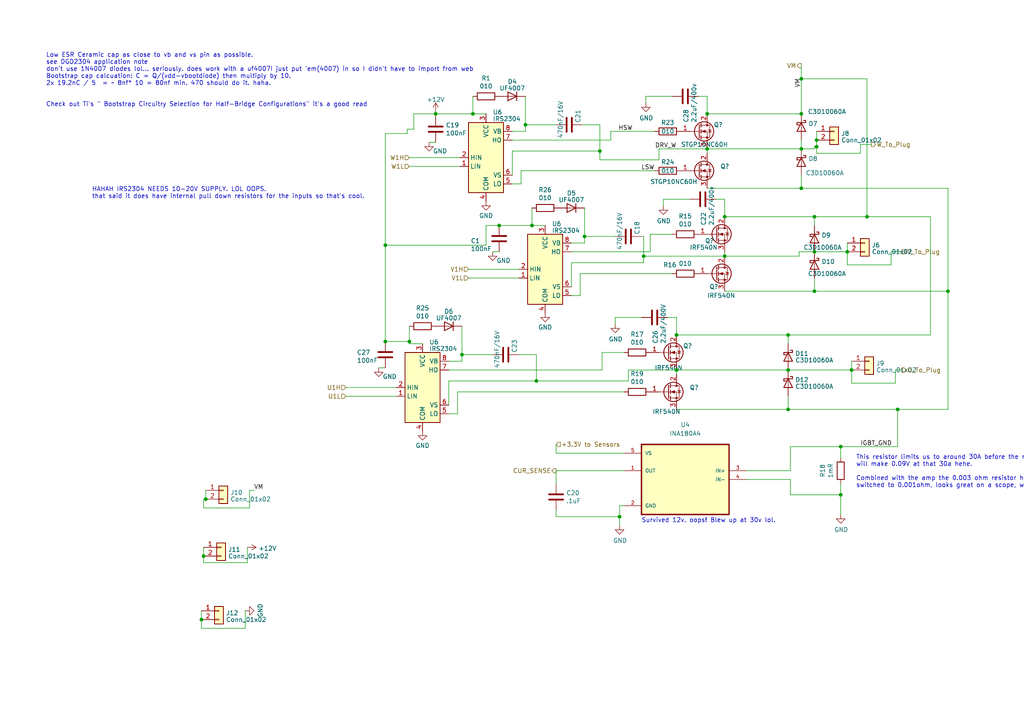
<source format=kicad_sch>
(kicad_sch (version 20230121) (generator eeschema)

  (uuid 2bf395ab-44e1-442f-8cc3-ce5b2994af77)

  (paper "A4")

  (title_block
    (title "DualBLDCPicoV3")
    (date "2024-04-03")
    (rev "3.0")
    (company "Fault Risk")
    (comment 1 "Creative Commons Attribution-NonCommercial-ShareAlike 4.0 International License.")
    (comment 2 "Licensed under ")
  )

  (lib_symbols
    (symbol "Connector_Generic:Conn_01x02" (pin_names (offset 1.016) hide) (in_bom yes) (on_board yes)
      (property "Reference" "J" (at 0 2.54 0)
        (effects (font (size 1.27 1.27)))
      )
      (property "Value" "Conn_01x02" (at 0 -5.08 0)
        (effects (font (size 1.27 1.27)))
      )
      (property "Footprint" "" (at 0 0 0)
        (effects (font (size 1.27 1.27)) hide)
      )
      (property "Datasheet" "~" (at 0 0 0)
        (effects (font (size 1.27 1.27)) hide)
      )
      (property "ki_keywords" "connector" (at 0 0 0)
        (effects (font (size 1.27 1.27)) hide)
      )
      (property "ki_description" "Generic connector, single row, 01x02, script generated (kicad-library-utils/schlib/autogen/connector/)" (at 0 0 0)
        (effects (font (size 1.27 1.27)) hide)
      )
      (property "ki_fp_filters" "Connector*:*_1x??_*" (at 0 0 0)
        (effects (font (size 1.27 1.27)) hide)
      )
      (symbol "Conn_01x02_1_1"
        (rectangle (start -1.27 -2.413) (end 0 -2.667)
          (stroke (width 0.1524) (type default))
          (fill (type none))
        )
        (rectangle (start -1.27 0.127) (end 0 -0.127)
          (stroke (width 0.1524) (type default))
          (fill (type none))
        )
        (rectangle (start -1.27 1.27) (end 1.27 -3.81)
          (stroke (width 0.254) (type default))
          (fill (type background))
        )
        (pin passive line (at -5.08 0 0) (length 3.81)
          (name "Pin_1" (effects (font (size 1.27 1.27))))
          (number "1" (effects (font (size 1.27 1.27))))
        )
        (pin passive line (at -5.08 -2.54 0) (length 3.81)
          (name "Pin_2" (effects (font (size 1.27 1.27))))
          (number "2" (effects (font (size 1.27 1.27))))
        )
      )
    )
    (symbol "Device:C" (pin_numbers hide) (pin_names (offset 0.254)) (in_bom yes) (on_board yes)
      (property "Reference" "C" (at 0.635 2.54 0)
        (effects (font (size 1.27 1.27)) (justify left))
      )
      (property "Value" "C" (at 0.635 -2.54 0)
        (effects (font (size 1.27 1.27)) (justify left))
      )
      (property "Footprint" "" (at 0.9652 -3.81 0)
        (effects (font (size 1.27 1.27)) hide)
      )
      (property "Datasheet" "~" (at 0 0 0)
        (effects (font (size 1.27 1.27)) hide)
      )
      (property "ki_keywords" "cap capacitor" (at 0 0 0)
        (effects (font (size 1.27 1.27)) hide)
      )
      (property "ki_description" "Unpolarized capacitor" (at 0 0 0)
        (effects (font (size 1.27 1.27)) hide)
      )
      (property "ki_fp_filters" "C_*" (at 0 0 0)
        (effects (font (size 1.27 1.27)) hide)
      )
      (symbol "C_0_1"
        (polyline
          (pts
            (xy -2.032 -0.762)
            (xy 2.032 -0.762)
          )
          (stroke (width 0.508) (type default))
          (fill (type none))
        )
        (polyline
          (pts
            (xy -2.032 0.762)
            (xy 2.032 0.762)
          )
          (stroke (width 0.508) (type default))
          (fill (type none))
        )
      )
      (symbol "C_1_1"
        (pin passive line (at 0 3.81 270) (length 2.794)
          (name "~" (effects (font (size 1.27 1.27))))
          (number "1" (effects (font (size 1.27 1.27))))
        )
        (pin passive line (at 0 -3.81 90) (length 2.794)
          (name "~" (effects (font (size 1.27 1.27))))
          (number "2" (effects (font (size 1.27 1.27))))
        )
      )
    )
    (symbol "Device:R" (pin_numbers hide) (pin_names (offset 0)) (in_bom yes) (on_board yes)
      (property "Reference" "R" (at 2.032 0 90)
        (effects (font (size 1.27 1.27)))
      )
      (property "Value" "R" (at 0 0 90)
        (effects (font (size 1.27 1.27)))
      )
      (property "Footprint" "" (at -1.778 0 90)
        (effects (font (size 1.27 1.27)) hide)
      )
      (property "Datasheet" "~" (at 0 0 0)
        (effects (font (size 1.27 1.27)) hide)
      )
      (property "ki_keywords" "R res resistor" (at 0 0 0)
        (effects (font (size 1.27 1.27)) hide)
      )
      (property "ki_description" "Resistor" (at 0 0 0)
        (effects (font (size 1.27 1.27)) hide)
      )
      (property "ki_fp_filters" "R_*" (at 0 0 0)
        (effects (font (size 1.27 1.27)) hide)
      )
      (symbol "R_0_1"
        (rectangle (start -1.016 -2.54) (end 1.016 2.54)
          (stroke (width 0.254) (type default))
          (fill (type none))
        )
      )
      (symbol "R_1_1"
        (pin passive line (at 0 3.81 270) (length 1.27)
          (name "~" (effects (font (size 1.27 1.27))))
          (number "1" (effects (font (size 1.27 1.27))))
        )
        (pin passive line (at 0 -3.81 90) (length 1.27)
          (name "~" (effects (font (size 1.27 1.27))))
          (number "2" (effects (font (size 1.27 1.27))))
        )
      )
    )
    (symbol "Diode:1N4007" (pin_numbers hide) (pin_names hide) (in_bom yes) (on_board yes)
      (property "Reference" "D" (at 0 2.54 0)
        (effects (font (size 1.27 1.27)))
      )
      (property "Value" "1N4007" (at 0 -2.54 0)
        (effects (font (size 1.27 1.27)))
      )
      (property "Footprint" "Diode_THT:D_DO-41_SOD81_P10.16mm_Horizontal" (at 0 -4.445 0)
        (effects (font (size 1.27 1.27)) hide)
      )
      (property "Datasheet" "http://www.vishay.com/docs/88503/1n4001.pdf" (at 0 0 0)
        (effects (font (size 1.27 1.27)) hide)
      )
      (property "Sim.Device" "D" (at 0 0 0)
        (effects (font (size 1.27 1.27)) hide)
      )
      (property "Sim.Pins" "1=K 2=A" (at 0 0 0)
        (effects (font (size 1.27 1.27)) hide)
      )
      (property "ki_keywords" "diode" (at 0 0 0)
        (effects (font (size 1.27 1.27)) hide)
      )
      (property "ki_description" "1000V 1A General Purpose Rectifier Diode, DO-41" (at 0 0 0)
        (effects (font (size 1.27 1.27)) hide)
      )
      (property "ki_fp_filters" "D*DO?41*" (at 0 0 0)
        (effects (font (size 1.27 1.27)) hide)
      )
      (symbol "1N4007_0_1"
        (polyline
          (pts
            (xy -1.27 1.27)
            (xy -1.27 -1.27)
          )
          (stroke (width 0.254) (type default))
          (fill (type none))
        )
        (polyline
          (pts
            (xy 1.27 0)
            (xy -1.27 0)
          )
          (stroke (width 0) (type default))
          (fill (type none))
        )
        (polyline
          (pts
            (xy 1.27 1.27)
            (xy 1.27 -1.27)
            (xy -1.27 0)
            (xy 1.27 1.27)
          )
          (stroke (width 0.254) (type default))
          (fill (type none))
        )
      )
      (symbol "1N4007_1_1"
        (pin passive line (at -3.81 0 0) (length 2.54)
          (name "K" (effects (font (size 1.27 1.27))))
          (number "1" (effects (font (size 1.27 1.27))))
        )
        (pin passive line (at 3.81 0 180) (length 2.54)
          (name "A" (effects (font (size 1.27 1.27))))
          (number "2" (effects (font (size 1.27 1.27))))
        )
      )
    )
    (symbol "Diode:C3D10060A" (pin_numbers hide) (pin_names (offset 1.016) hide) (in_bom yes) (on_board yes)
      (property "Reference" "D" (at 0 2.54 0)
        (effects (font (size 1.27 1.27)))
      )
      (property "Value" "C3D10060A" (at 0 -2.54 0)
        (effects (font (size 1.27 1.27)))
      )
      (property "Footprint" "Package_TO_SOT_THT:TO-220-2_Vertical" (at 0 -4.445 0)
        (effects (font (size 1.27 1.27)) hide)
      )
      (property "Datasheet" "https://www.wolfspeed.com/media/downloads/842/C3D10060A.pdf" (at 0 0 0)
        (effects (font (size 1.27 1.27)) hide)
      )
      (property "ki_keywords" "sic diode" (at 0 0 0)
        (effects (font (size 1.27 1.27)) hide)
      )
      (property "ki_description" "600V, 10A, SiC Schottky Diode, TO-220" (at 0 0 0)
        (effects (font (size 1.27 1.27)) hide)
      )
      (property "ki_fp_filters" "TO?220*" (at 0 0 0)
        (effects (font (size 1.27 1.27)) hide)
      )
      (symbol "C3D10060A_0_1"
        (polyline
          (pts
            (xy 1.27 0)
            (xy -1.27 0)
          )
          (stroke (width 0) (type default))
          (fill (type none))
        )
        (polyline
          (pts
            (xy 1.27 1.27)
            (xy 1.27 -1.27)
            (xy -1.27 0)
            (xy 1.27 1.27)
          )
          (stroke (width 0.254) (type default))
          (fill (type none))
        )
        (polyline
          (pts
            (xy -1.905 0.635)
            (xy -1.905 1.27)
            (xy -1.27 1.27)
            (xy -1.27 -1.27)
            (xy -0.635 -1.27)
            (xy -0.635 -0.635)
          )
          (stroke (width 0.254) (type default))
          (fill (type none))
        )
      )
      (symbol "C3D10060A_1_1"
        (pin passive line (at -3.81 0 0) (length 2.54)
          (name "K" (effects (font (size 1.27 1.27))))
          (number "1" (effects (font (size 1.27 1.27))))
        )
        (pin passive line (at 3.81 0 180) (length 2.54)
          (name "A" (effects (font (size 1.27 1.27))))
          (number "2" (effects (font (size 1.27 1.27))))
        )
      )
    )
    (symbol "Driver_FET:IRS2304" (in_bom yes) (on_board yes)
      (property "Reference" "U" (at 1.27 13.335 0)
        (effects (font (size 1.27 1.27)) (justify left))
      )
      (property "Value" "IRS2304" (at 1.27 11.43 0)
        (effects (font (size 1.27 1.27)) (justify left))
      )
      (property "Footprint" "" (at 0 0 0)
        (effects (font (size 1.27 1.27) italic) hide)
      )
      (property "Datasheet" "https://www.infineon.com/dgdl/irs2304spbf.pdf?fileId=5546d462533600a40153567a8fe72802" (at 0 0 0)
        (effects (font (size 1.27 1.27)) hide)
      )
      (property "ki_keywords" "Gate Driver" (at 0 0 0)
        (effects (font (size 1.27 1.27)) hide)
      )
      (property "ki_description" "Half-Bridge Driver, 600V, 290/600mA, PDIP-8/SOIC-8" (at 0 0 0)
        (effects (font (size 1.27 1.27)) hide)
      )
      (property "ki_fp_filters" "SOIC*3.9x4.9mm*P1.27mm* DIP*W7.62mm*" (at 0 0 0)
        (effects (font (size 1.27 1.27)) hide)
      )
      (symbol "IRS2304_0_1"
        (rectangle (start -5.08 -10.16) (end 5.08 10.16)
          (stroke (width 0.254) (type default))
          (fill (type background))
        )
      )
      (symbol "IRS2304_1_1"
        (pin input line (at -7.62 -2.54 0) (length 2.54)
          (name "LIN" (effects (font (size 1.27 1.27))))
          (number "1" (effects (font (size 1.27 1.27))))
        )
        (pin input line (at -7.62 0 0) (length 2.54)
          (name "HIN" (effects (font (size 1.27 1.27))))
          (number "2" (effects (font (size 1.27 1.27))))
        )
        (pin power_in line (at 0 12.7 270) (length 2.54)
          (name "VCC" (effects (font (size 1.27 1.27))))
          (number "3" (effects (font (size 1.27 1.27))))
        )
        (pin power_in line (at 0 -12.7 90) (length 2.54)
          (name "COM" (effects (font (size 1.27 1.27))))
          (number "4" (effects (font (size 1.27 1.27))))
        )
        (pin output line (at 7.62 -7.62 180) (length 2.54)
          (name "LO" (effects (font (size 1.27 1.27))))
          (number "5" (effects (font (size 1.27 1.27))))
        )
        (pin passive line (at 7.62 -5.08 180) (length 2.54)
          (name "VS" (effects (font (size 1.27 1.27))))
          (number "6" (effects (font (size 1.27 1.27))))
        )
        (pin output line (at 7.62 5.08 180) (length 2.54)
          (name "HO" (effects (font (size 1.27 1.27))))
          (number "7" (effects (font (size 1.27 1.27))))
        )
        (pin passive line (at 7.62 7.62 180) (length 2.54)
          (name "VB" (effects (font (size 1.27 1.27))))
          (number "8" (effects (font (size 1.27 1.27))))
        )
      )
    )
    (symbol "GND_1" (power) (pin_names (offset 0)) (in_bom yes) (on_board yes)
      (property "Reference" "#PWR" (at 0 -6.35 0)
        (effects (font (size 1.27 1.27)) hide)
      )
      (property "Value" "GND_1" (at 0 -3.81 0)
        (effects (font (size 1.27 1.27)))
      )
      (property "Footprint" "" (at 0 0 0)
        (effects (font (size 1.27 1.27)) hide)
      )
      (property "Datasheet" "" (at 0 0 0)
        (effects (font (size 1.27 1.27)) hide)
      )
      (property "ki_keywords" "global power" (at 0 0 0)
        (effects (font (size 1.27 1.27)) hide)
      )
      (property "ki_description" "Power symbol creates a global label with name \"GND\" , ground" (at 0 0 0)
        (effects (font (size 1.27 1.27)) hide)
      )
      (symbol "GND_1_0_1"
        (polyline
          (pts
            (xy 0 0)
            (xy 0 -1.27)
            (xy 1.27 -1.27)
            (xy 0 -2.54)
            (xy -1.27 -1.27)
            (xy 0 -1.27)
          )
          (stroke (width 0) (type default))
          (fill (type none))
        )
      )
      (symbol "GND_1_1_1"
        (pin power_in line (at 0 0 270) (length 0) hide
          (name "GND" (effects (font (size 1.27 1.27))))
          (number "1" (effects (font (size 1.27 1.27))))
        )
      )
    )
    (symbol "INA180A3IDBVR:INA180A3IDBVR" (pin_names (offset 1.016)) (in_bom yes) (on_board yes)
      (property "Reference" "U" (at -12.7 11.1506 0)
        (effects (font (size 1.27 1.27)) (justify left bottom))
      )
      (property "Value" "INA180A3IDBVR" (at -12.7 -14.1478 0)
        (effects (font (size 1.27 1.27)) (justify left bottom))
      )
      (property "Footprint" "SOT95P280X145-5N" (at 0 0 0)
        (effects (font (size 1.27 1.27)) (justify left bottom) hide)
      )
      (property "Datasheet" "" (at 0 0 0)
        (effects (font (size 1.27 1.27)) (justify left bottom) hide)
      )
      (property "ki_locked" "" (at 0 0 0)
        (effects (font (size 1.27 1.27)))
      )
      (symbol "INA180A3IDBVR_0_0"
        (rectangle (start -12.7 -10.16) (end 12.7 10.16)
          (stroke (width 0.4064) (type default))
          (fill (type background))
        )
        (pin output line (at 17.78 2.54 180) (length 5.08)
          (name "OUT" (effects (font (size 1.016 1.016))))
          (number "1" (effects (font (size 1.016 1.016))))
        )
        (pin power_in line (at 17.78 -7.62 180) (length 5.08)
          (name "GND" (effects (font (size 1.016 1.016))))
          (number "2" (effects (font (size 1.016 1.016))))
        )
        (pin input line (at -17.78 2.54 0) (length 5.08)
          (name "IN+" (effects (font (size 1.016 1.016))))
          (number "3" (effects (font (size 1.016 1.016))))
        )
        (pin input line (at -17.78 0 0) (length 5.08)
          (name "IN-" (effects (font (size 1.016 1.016))))
          (number "4" (effects (font (size 1.016 1.016))))
        )
        (pin power_in line (at 17.78 7.62 180) (length 5.08)
          (name "VS" (effects (font (size 1.016 1.016))))
          (number "5" (effects (font (size 1.016 1.016))))
        )
      )
    )
    (symbol "Transistor_FET:IRF540N" (pin_names hide) (in_bom yes) (on_board yes)
      (property "Reference" "Q" (at 6.35 1.905 0)
        (effects (font (size 1.27 1.27)) (justify left))
      )
      (property "Value" "IRF540N" (at 6.35 0 0)
        (effects (font (size 1.27 1.27)) (justify left))
      )
      (property "Footprint" "Package_TO_SOT_THT:TO-220-3_Vertical" (at 6.35 -1.905 0)
        (effects (font (size 1.27 1.27) italic) (justify left) hide)
      )
      (property "Datasheet" "" (at 0 0 0)
        (effects (font (size 1.27 1.27)) (justify left) hide)
      )
      (property "ki_keywords" "HEXFET N-Channel MOSFET" (at 0 0 0)
        (effects (font (size 1.27 1.27)) hide)
      )
      (property "ki_description" "33A Id, 100V Vds, HEXFET N-Channel MOSFET, TO-220" (at 0 0 0)
        (effects (font (size 1.27 1.27)) hide)
      )
      (property "ki_fp_filters" "TO?220*" (at 0 0 0)
        (effects (font (size 1.27 1.27)) hide)
      )
      (symbol "IRF540N_0_1"
        (polyline
          (pts
            (xy 0.254 0)
            (xy -2.54 0)
          )
          (stroke (width 0) (type default))
          (fill (type none))
        )
        (polyline
          (pts
            (xy 0.254 1.905)
            (xy 0.254 -1.905)
          )
          (stroke (width 0.254) (type default))
          (fill (type none))
        )
        (polyline
          (pts
            (xy 0.762 -1.27)
            (xy 0.762 -2.286)
          )
          (stroke (width 0.254) (type default))
          (fill (type none))
        )
        (polyline
          (pts
            (xy 0.762 0.508)
            (xy 0.762 -0.508)
          )
          (stroke (width 0.254) (type default))
          (fill (type none))
        )
        (polyline
          (pts
            (xy 0.762 2.286)
            (xy 0.762 1.27)
          )
          (stroke (width 0.254) (type default))
          (fill (type none))
        )
        (polyline
          (pts
            (xy 2.54 2.54)
            (xy 2.54 1.778)
          )
          (stroke (width 0) (type default))
          (fill (type none))
        )
        (polyline
          (pts
            (xy 2.54 -2.54)
            (xy 2.54 0)
            (xy 0.762 0)
          )
          (stroke (width 0) (type default))
          (fill (type none))
        )
        (polyline
          (pts
            (xy 0.762 -1.778)
            (xy 3.302 -1.778)
            (xy 3.302 1.778)
            (xy 0.762 1.778)
          )
          (stroke (width 0) (type default))
          (fill (type none))
        )
        (polyline
          (pts
            (xy 1.016 0)
            (xy 2.032 0.381)
            (xy 2.032 -0.381)
            (xy 1.016 0)
          )
          (stroke (width 0) (type default))
          (fill (type outline))
        )
        (polyline
          (pts
            (xy 2.794 0.508)
            (xy 2.921 0.381)
            (xy 3.683 0.381)
            (xy 3.81 0.254)
          )
          (stroke (width 0) (type default))
          (fill (type none))
        )
        (polyline
          (pts
            (xy 3.302 0.381)
            (xy 2.921 -0.254)
            (xy 3.683 -0.254)
            (xy 3.302 0.381)
          )
          (stroke (width 0) (type default))
          (fill (type none))
        )
        (circle (center 1.651 0) (radius 2.794)
          (stroke (width 0.254) (type default))
          (fill (type none))
        )
        (circle (center 2.54 -1.778) (radius 0.254)
          (stroke (width 0) (type default))
          (fill (type outline))
        )
        (circle (center 2.54 1.778) (radius 0.254)
          (stroke (width 0) (type default))
          (fill (type outline))
        )
      )
      (symbol "IRF540N_1_1"
        (pin input line (at -5.08 0 0) (length 2.54)
          (name "G" (effects (font (size 1.27 1.27))))
          (number "1" (effects (font (size 1.27 1.27))))
        )
        (pin passive line (at 2.54 5.08 270) (length 2.54)
          (name "D" (effects (font (size 1.27 1.27))))
          (number "2" (effects (font (size 1.27 1.27))))
        )
        (pin passive line (at 2.54 -5.08 90) (length 2.54)
          (name "S" (effects (font (size 1.27 1.27))))
          (number "3" (effects (font (size 1.27 1.27))))
        )
      )
    )
    (symbol "power:+12V" (power) (pin_names (offset 0)) (in_bom yes) (on_board yes)
      (property "Reference" "#PWR" (at 0 -3.81 0)
        (effects (font (size 1.27 1.27)) hide)
      )
      (property "Value" "+12V" (at 0 3.556 0)
        (effects (font (size 1.27 1.27)))
      )
      (property "Footprint" "" (at 0 0 0)
        (effects (font (size 1.27 1.27)) hide)
      )
      (property "Datasheet" "" (at 0 0 0)
        (effects (font (size 1.27 1.27)) hide)
      )
      (property "ki_keywords" "global power" (at 0 0 0)
        (effects (font (size 1.27 1.27)) hide)
      )
      (property "ki_description" "Power symbol creates a global label with name \"+12V\"" (at 0 0 0)
        (effects (font (size 1.27 1.27)) hide)
      )
      (symbol "+12V_0_1"
        (polyline
          (pts
            (xy -0.762 1.27)
            (xy 0 2.54)
          )
          (stroke (width 0) (type default))
          (fill (type none))
        )
        (polyline
          (pts
            (xy 0 0)
            (xy 0 2.54)
          )
          (stroke (width 0) (type default))
          (fill (type none))
        )
        (polyline
          (pts
            (xy 0 2.54)
            (xy 0.762 1.27)
          )
          (stroke (width 0) (type default))
          (fill (type none))
        )
      )
      (symbol "+12V_1_1"
        (pin power_in line (at 0 0 90) (length 0) hide
          (name "+12V" (effects (font (size 1.27 1.27))))
          (number "1" (effects (font (size 1.27 1.27))))
        )
      )
    )
    (symbol "power:GND" (power) (pin_names (offset 0)) (in_bom yes) (on_board yes)
      (property "Reference" "#PWR" (at 0 -6.35 0)
        (effects (font (size 1.27 1.27)) hide)
      )
      (property "Value" "GND" (at 0 -3.81 0)
        (effects (font (size 1.27 1.27)))
      )
      (property "Footprint" "" (at 0 0 0)
        (effects (font (size 1.27 1.27)) hide)
      )
      (property "Datasheet" "" (at 0 0 0)
        (effects (font (size 1.27 1.27)) hide)
      )
      (property "ki_keywords" "power-flag" (at 0 0 0)
        (effects (font (size 1.27 1.27)) hide)
      )
      (property "ki_description" "Power symbol creates a global label with name \"GND\" , ground" (at 0 0 0)
        (effects (font (size 1.27 1.27)) hide)
      )
      (symbol "GND_0_1"
        (polyline
          (pts
            (xy 0 0)
            (xy 0 -1.27)
            (xy 1.27 -1.27)
            (xy 0 -2.54)
            (xy -1.27 -1.27)
            (xy 0 -1.27)
          )
          (stroke (width 0) (type default))
          (fill (type none))
        )
      )
      (symbol "GND_1_1"
        (pin power_in line (at 0 0 270) (length 0) hide
          (name "GND" (effects (font (size 1.27 1.27))))
          (number "1" (effects (font (size 1.27 1.27))))
        )
      )
    )
  )

  (junction (at 243.84 129.54) (diameter 0) (color 0 0 0 0)
    (uuid 0405ab74-64ce-487a-a2f0-2f29a7be93ca)
  )
  (junction (at 274.955 84.455) (diameter 0) (color 0 0 0 0)
    (uuid 04fd8d2d-9d50-48b5-adb8-4fb2af5ae8c7)
  )
  (junction (at 59.69 144.78) (diameter 0) (color 0 0 0 0)
    (uuid 062f5ad6-fa55-4a0b-96ae-9b3da42bbd92)
  )
  (junction (at 179.705 149.86) (diameter 0) (color 0 0 0 0)
    (uuid 0966b841-e3fe-44c2-99e7-7bfbf9ad110d)
  )
  (junction (at 228.6 107.315) (diameter 0) (color 0 0 0 0)
    (uuid 0a22d00b-d1a3-4d75-a01a-dd6cd131e571)
  )
  (junction (at 173.99 43.815) (diameter 0) (color 0 0 0 0)
    (uuid 0aa59ba3-cc33-495e-a4b7-44f66adcc64f)
  )
  (junction (at 137.16 33.02) (diameter 0) (color 0 0 0 0)
    (uuid 14357fd5-cc5d-4e6e-b5b0-15ccbec0ccd6)
  )
  (junction (at 205.105 33.02) (diameter 0) (color 0 0 0 0)
    (uuid 189189fc-0d1f-4b9d-90c2-59bd8d8ed0bb)
  )
  (junction (at 118.745 99.06) (diameter 0) (color 0 0 0 0)
    (uuid 1946c853-41d5-4fee-8f87-f8166ee355f5)
  )
  (junction (at 126.365 33.02) (diameter 0) (color 0 0 0 0)
    (uuid 277a3258-e6fa-4dcf-b64e-3540706ff322)
  )
  (junction (at 169.545 68.58) (diameter 0) (color 0 0 0 0)
    (uuid 2e02a882-bb75-49f5-82be-b8666209664f)
  )
  (junction (at 228.6 118.745) (diameter 0) (color 0 0 0 0)
    (uuid 34cc37ae-4d6e-4ee4-87fd-9e6263be0ece)
  )
  (junction (at 152.4 36.195) (diameter 0) (color 0 0 0 0)
    (uuid 3bf947a6-3c90-46ce-8e7e-a99948166830)
  )
  (junction (at 210.185 74.295) (diameter 0) (color 0 0 0 0)
    (uuid 44acfbf4-2b58-4ad9-a630-26c8a5903ae4)
  )
  (junction (at 243.84 143.51) (diameter 0) (color 0 0 0 0)
    (uuid 476f5829-026b-4a4a-a6b6-098c914df4fd)
  )
  (junction (at 232.41 22.86) (diameter 0) (color 0 0 0 0)
    (uuid 4c1597ab-2ea5-4331-bc1a-9ccec8c45f8c)
  )
  (junction (at 251.46 62.865) (diameter 0) (color 0 0 0 0)
    (uuid 51bfda5c-7bc7-4814-ad1e-6e6c72e83146)
  )
  (junction (at 232.41 54.61) (diameter 0) (color 0 0 0 0)
    (uuid 51ffee39-13a6-451d-8f41-2527b5a033c4)
  )
  (junction (at 144.78 65.405) (diameter 0) (color 0 0 0 0)
    (uuid 59ecad8c-7734-4e1d-912d-7330ce5e1c1b)
  )
  (junction (at 232.41 43.18) (diameter 0) (color 0 0 0 0)
    (uuid 6b2e4046-6f56-4d1a-86e8-7ff87402a0b2)
  )
  (junction (at 236.22 73.025) (diameter 0) (color 0 0 0 0)
    (uuid 6c3347d6-11f9-4893-8356-d6b95b203d39)
  )
  (junction (at 260.35 118.745) (diameter 0) (color 0 0 0 0)
    (uuid 70416177-3c5a-4a1d-9853-e17b5a9a3eef)
  )
  (junction (at 186.69 74.295) (diameter 0) (color 0 0 0 0)
    (uuid 733ca096-0a52-42d4-ba2e-7e4d13a37979)
  )
  (junction (at 111.76 71.12) (diameter 0) (color 0 0 0 0)
    (uuid 7401f032-6c65-496f-8ad5-d2ebccde2554)
  )
  (junction (at 196.215 107.315) (diameter 0) (color 0 0 0 0)
    (uuid 75fe2401-b361-4103-8e9b-1b609c6cd00f)
  )
  (junction (at 58.42 179.705) (diameter 0) (color 0 0 0 0)
    (uuid 7933b700-b4d7-4f5d-837e-91138ba58a45)
  )
  (junction (at 205.105 43.18) (diameter 0) (color 0 0 0 0)
    (uuid 7d704575-1178-4fec-99b8-a1085d68e92d)
  )
  (junction (at 210.185 62.865) (diameter 0) (color 0 0 0 0)
    (uuid 7d78e399-fb46-40f0-a2dc-3e3dd173189e)
  )
  (junction (at 236.855 40.64) (diameter 0) (color 0 0 0 0)
    (uuid 7f93b99b-0c7f-4aba-8fb2-029003e474d4)
  )
  (junction (at 228.6 97.155) (diameter 0) (color 0 0 0 0)
    (uuid 85576e6b-fb17-4665-a2b3-392c79377dfb)
  )
  (junction (at 236.855 42.545) (diameter 0) (color 0 0 0 0)
    (uuid 8cfd3b6f-521d-4cf4-b522-7ca33d03b8bc)
  )
  (junction (at 133.985 102.87) (diameter 0) (color 0 0 0 0)
    (uuid 934030a4-fc92-45cb-8082-4529520b05ac)
  )
  (junction (at 59.055 161.29) (diameter 0) (color 0 0 0 0)
    (uuid a86230c9-2c3c-4cd9-bdef-4d2adc165eb0)
  )
  (junction (at 247.015 107.315) (diameter 0) (color 0 0 0 0)
    (uuid c23a3236-287b-48f4-b45c-052052611eac)
  )
  (junction (at 154.305 65.405) (diameter 0) (color 0 0 0 0)
    (uuid cae92b79-caf0-4e3f-aff2-6d2923e30e58)
  )
  (junction (at 236.22 62.865) (diameter 0) (color 0 0 0 0)
    (uuid d3f9f16d-219d-43b8-a2cd-281801a5ca88)
  )
  (junction (at 232.41 33.02) (diameter 0) (color 0 0 0 0)
    (uuid dbc2da80-d8f5-4d8a-85e0-e3c57c0e6b14)
  )
  (junction (at 111.76 99.06) (diameter 0) (color 0 0 0 0)
    (uuid e89daad1-1659-4505-a76f-5b826d9a3806)
  )
  (junction (at 196.215 97.155) (diameter 0) (color 0 0 0 0)
    (uuid eb1046ab-08ab-49d6-8fa0-b39a35aa2eea)
  )
  (junction (at 236.22 84.455) (diameter 0) (color 0 0 0 0)
    (uuid ed0f7b3e-5409-4c5f-8552-1041257c78ca)
  )
  (junction (at 155.575 110.49) (diameter 0) (color 0 0 0 0)
    (uuid f8217a53-32f4-4c46-ac5b-4a03cc677576)
  )
  (junction (at 245.745 73.025) (diameter 0) (color 0 0 0 0)
    (uuid ff7f1e87-bf6e-40e5-8704-1593e1a60b74)
  )

  (wire (pts (xy 71.12 177.165) (xy 71.12 182.245))
    (stroke (width 0) (type default))
    (uuid 03de53fe-7d53-488c-8f8b-dce3c9316ce3)
  )
  (wire (pts (xy 232.41 19.05) (xy 232.41 22.86))
    (stroke (width 0) (type default))
    (uuid 04163bc6-4441-4626-902f-4f8d49b31685)
  )
  (wire (pts (xy 132.715 113.665) (xy 132.715 120.015))
    (stroke (width 0) (type default))
    (uuid 060500db-dce6-403b-92e6-ccce306cc23a)
  )
  (wire (pts (xy 59.055 158.75) (xy 59.055 161.29))
    (stroke (width 0) (type default))
    (uuid 0651e7b5-24db-4261-87dd-0d94c58bb948)
  )
  (wire (pts (xy 151.13 49.53) (xy 151.13 53.34))
    (stroke (width 0) (type default))
    (uuid 06c269ba-a001-463f-a154-fe234f3ed0bf)
  )
  (wire (pts (xy 236.22 62.865) (xy 251.46 62.865))
    (stroke (width 0) (type default))
    (uuid 0a463173-a632-4fda-8496-3a8faa5d39da)
  )
  (wire (pts (xy 161.29 147.955) (xy 161.29 149.86))
    (stroke (width 0) (type default))
    (uuid 0c497738-d182-4112-bab1-acdcbd5c7208)
  )
  (wire (pts (xy 151.13 53.34) (xy 148.59 53.34))
    (stroke (width 0) (type default))
    (uuid 0df14b78-15a1-4bfe-a85b-a616934ff82f)
  )
  (wire (pts (xy 180.975 146.685) (xy 179.705 146.685))
    (stroke (width 0) (type default))
    (uuid 0e902afd-6838-46c0-a519-e7500ced3b46)
  )
  (wire (pts (xy 133.35 48.26) (xy 118.745 48.26))
    (stroke (width 0) (type default))
    (uuid 0ead6fd9-16b4-44df-9950-402ed67b06d5)
  )
  (wire (pts (xy 111.76 38.735) (xy 111.76 71.12))
    (stroke (width 0) (type default))
    (uuid 0eeb9266-2bdf-471d-8c45-a3dbae7d3c45)
  )
  (wire (pts (xy 169.545 70.485) (xy 165.735 70.485))
    (stroke (width 0) (type default))
    (uuid 110ee731-e52a-4838-bf8f-3f3a01f16c1e)
  )
  (wire (pts (xy 133.985 94.615) (xy 133.985 102.87))
    (stroke (width 0) (type default))
    (uuid 115b8030-15c8-4d12-b27d-8aacd92518b3)
  )
  (wire (pts (xy 150.495 102.87) (xy 155.575 102.87))
    (stroke (width 0) (type default))
    (uuid 12101784-2947-44e3-bde4-b0d744479151)
  )
  (wire (pts (xy 236.22 80.645) (xy 236.22 84.455))
    (stroke (width 0) (type default))
    (uuid 132f6d76-175e-478d-b978-d11519b00d85)
  )
  (wire (pts (xy 173.99 46.355) (xy 191.135 46.355))
    (stroke (width 0) (type default))
    (uuid 166873b9-b93b-4318-b57b-b85131f43ee0)
  )
  (wire (pts (xy 179.705 149.86) (xy 179.705 152.4))
    (stroke (width 0) (type default))
    (uuid 178c7b7c-8ab1-4600-90b6-2889dec99bde)
  )
  (wire (pts (xy 120.015 37.465) (xy 118.11 37.465))
    (stroke (width 0) (type default))
    (uuid 1867de53-4ad8-466a-8e7c-7d7d614f068b)
  )
  (wire (pts (xy 144.78 73.025) (xy 142.875 73.025))
    (stroke (width 0) (type default))
    (uuid 18ee19f5-ca72-4b3f-aa14-39939fe8ef4e)
  )
  (wire (pts (xy 72.39 142.24) (xy 73.66 142.24))
    (stroke (width 0) (type default))
    (uuid 19ea8ccf-d82e-4f4a-88b6-960dc3305737)
  )
  (wire (pts (xy 186.69 74.295) (xy 210.185 74.295))
    (stroke (width 0) (type default))
    (uuid 1f2f6aac-9a69-422a-8eb9-3705a0cb01dc)
  )
  (wire (pts (xy 194.945 27.94) (xy 187.325 27.94))
    (stroke (width 0) (type default))
    (uuid 1f7bb7bf-e5ef-4c52-9773-46ee6be2ee3e)
  )
  (wire (pts (xy 259.715 111.125) (xy 247.015 111.125))
    (stroke (width 0) (type default))
    (uuid 1fa7b64a-e77a-45c6-835b-6725890282a3)
  )
  (wire (pts (xy 111.76 38.735) (xy 118.11 38.735))
    (stroke (width 0) (type default))
    (uuid 1feb9fc4-a5bc-4b05-bdf5-b8bb5a638ad7)
  )
  (wire (pts (xy 236.855 40.64) (xy 236.855 42.545))
    (stroke (width 0) (type default))
    (uuid 2083d728-1812-4109-bf58-301ec9d833a6)
  )
  (wire (pts (xy 243.84 129.54) (xy 243.84 132.715))
    (stroke (width 0) (type default))
    (uuid 20846b5b-67b0-413a-81f8-f6822a442104)
  )
  (wire (pts (xy 111.76 106.68) (xy 109.855 106.68))
    (stroke (width 0) (type default))
    (uuid 22ccae8a-8cda-401d-8afd-6b1dc6623c2a)
  )
  (wire (pts (xy 133.35 45.72) (xy 118.745 45.72))
    (stroke (width 0) (type default))
    (uuid 23a7bf2e-f5c2-4555-a037-8acaadfb40ca)
  )
  (wire (pts (xy 182.245 107.315) (xy 196.215 107.315))
    (stroke (width 0) (type default))
    (uuid 247b28ce-24dd-4895-85e3-4a1310a7ba72)
  )
  (wire (pts (xy 229.235 143.51) (xy 243.84 143.51))
    (stroke (width 0) (type default))
    (uuid 272e4831-f66f-4c11-9281-d567a461f5a5)
  )
  (wire (pts (xy 152.4 36.195) (xy 161.29 36.195))
    (stroke (width 0) (type default))
    (uuid 275ed56f-9515-491c-a5a6-d7c2079c9cef)
  )
  (wire (pts (xy 161.29 136.525) (xy 161.29 140.335))
    (stroke (width 0) (type default))
    (uuid 29b35a55-90d4-4b9c-8840-453ed77e08fd)
  )
  (wire (pts (xy 72.39 142.24) (xy 72.39 147.32))
    (stroke (width 0) (type default))
    (uuid 2b6d390d-e52f-44df-9cd1-dad8ab23d75a)
  )
  (wire (pts (xy 196.215 107.315) (xy 196.215 108.585))
    (stroke (width 0) (type default))
    (uuid 2ba87df0-ede1-4f1d-ae05-2c5ad88f8bae)
  )
  (wire (pts (xy 152.4 36.195) (xy 152.4 38.1))
    (stroke (width 0) (type default))
    (uuid 2bb0fc8d-7270-472f-b673-96e6ebe1a691)
  )
  (wire (pts (xy 274.955 84.455) (xy 274.955 118.745))
    (stroke (width 0) (type default))
    (uuid 2ce94122-0115-4a20-af70-1459f8f57d75)
  )
  (wire (pts (xy 231.775 73.025) (xy 231.775 74.295))
    (stroke (width 0) (type default))
    (uuid 2d1682fe-c42c-46fb-baed-cb140b50e952)
  )
  (wire (pts (xy 186.055 92.075) (xy 178.435 92.075))
    (stroke (width 0) (type default))
    (uuid 2d6b859a-1744-47c1-9184-285243b68fc1)
  )
  (wire (pts (xy 118.745 99.06) (xy 118.745 99.695))
    (stroke (width 0) (type default))
    (uuid 30cb3c92-9d04-4b98-a3d6-fd4bd60c4ef0)
  )
  (wire (pts (xy 133.985 102.87) (xy 142.875 102.87))
    (stroke (width 0) (type default))
    (uuid 324ddb3c-c535-4a32-97ca-bd9db5bbb27f)
  )
  (wire (pts (xy 111.76 71.12) (xy 111.76 99.06))
    (stroke (width 0) (type default))
    (uuid 34777138-006a-426c-9372-daab9a8ad492)
  )
  (wire (pts (xy 186.055 68.58) (xy 186.69 68.58))
    (stroke (width 0) (type default))
    (uuid 34c10ea9-9318-419d-b0cc-8d1a7dddfebc)
  )
  (wire (pts (xy 118.745 99.695) (xy 122.555 99.695))
    (stroke (width 0) (type default))
    (uuid 3515c1d8-67fa-4cea-800f-59021a9cc71c)
  )
  (wire (pts (xy 229.235 139.065) (xy 229.235 143.51))
    (stroke (width 0) (type default))
    (uuid 3569433c-0aff-4e33-99de-18d45ccbd4de)
  )
  (wire (pts (xy 232.41 22.86) (xy 251.46 22.86))
    (stroke (width 0) (type default))
    (uuid 356fa9bd-e767-4faa-8045-d6754ab6a3b3)
  )
  (wire (pts (xy 58.42 177.165) (xy 58.42 179.705))
    (stroke (width 0) (type default))
    (uuid 3997eaf6-7db6-40e2-b688-adeabd3c4f60)
  )
  (wire (pts (xy 186.69 68.58) (xy 186.69 74.295))
    (stroke (width 0) (type default))
    (uuid 3b064a21-2f5c-43b2-b242-91946b709107)
  )
  (wire (pts (xy 205.105 27.94) (xy 205.105 33.02))
    (stroke (width 0) (type default))
    (uuid 3b1a602d-c502-45e7-ad37-ccf74f2c2eea)
  )
  (wire (pts (xy 59.055 163.195) (xy 71.755 163.195))
    (stroke (width 0) (type default))
    (uuid 3b917916-37ec-47c7-a911-17da0b46341e)
  )
  (wire (pts (xy 192.405 57.785) (xy 192.405 59.69))
    (stroke (width 0) (type default))
    (uuid 3d372d11-ba3c-4d9b-acd7-7a475d75100c)
  )
  (wire (pts (xy 210.185 74.295) (xy 231.775 74.295))
    (stroke (width 0) (type default))
    (uuid 3e5364d9-094a-47b5-af04-2adb7a362a44)
  )
  (wire (pts (xy 196.215 118.745) (xy 228.6 118.745))
    (stroke (width 0) (type default))
    (uuid 424116bd-2b89-437f-a5e2-b2a9db4f6739)
  )
  (wire (pts (xy 196.215 97.155) (xy 228.6 97.155))
    (stroke (width 0) (type default))
    (uuid 430ac01f-c402-4a79-a14f-6d3be1e998a9)
  )
  (wire (pts (xy 126.365 41.275) (xy 124.46 41.275))
    (stroke (width 0) (type default))
    (uuid 4397df07-0041-4fa5-b0a9-c4aa35fb2a44)
  )
  (wire (pts (xy 151.13 49.53) (xy 189.865 49.53))
    (stroke (width 0) (type default))
    (uuid 453f9340-906d-4aa8-b05c-f55f68566bd0)
  )
  (wire (pts (xy 229.235 129.54) (xy 243.84 129.54))
    (stroke (width 0) (type default))
    (uuid 46a2a3a0-30b3-457d-9d7d-4404182723aa)
  )
  (wire (pts (xy 132.715 113.665) (xy 180.975 113.665))
    (stroke (width 0) (type default))
    (uuid 48ccc70b-0b95-4116-9b16-99b61a980ed0)
  )
  (wire (pts (xy 155.575 102.87) (xy 155.575 110.49))
    (stroke (width 0) (type default))
    (uuid 49399810-05ce-43b6-aad7-60dbd2cb139a)
  )
  (wire (pts (xy 260.35 118.745) (xy 274.955 118.745))
    (stroke (width 0) (type default))
    (uuid 4968f0a0-db3f-4f43-99cd-8ab3a4247f11)
  )
  (wire (pts (xy 148.59 43.815) (xy 148.59 50.8))
    (stroke (width 0) (type default))
    (uuid 4beb7f6c-e585-4047-826f-c844f05f4244)
  )
  (wire (pts (xy 228.6 99.695) (xy 228.6 97.155))
    (stroke (width 0) (type default))
    (uuid 529d8d09-99de-4d58-8c43-3a04b0f06367)
  )
  (wire (pts (xy 205.105 43.18) (xy 205.105 44.45))
    (stroke (width 0) (type default))
    (uuid 55eae082-25e7-4d20-be37-7d359523bdd8)
  )
  (wire (pts (xy 111.76 71.12) (xy 140.97 71.12))
    (stroke (width 0) (type default))
    (uuid 575c5016-085d-4d3f-870f-9e7f8e757f17)
  )
  (wire (pts (xy 126.365 32.385) (xy 126.365 33.02))
    (stroke (width 0) (type default))
    (uuid 57a45468-d89a-4506-b762-61fd99bfb05c)
  )
  (wire (pts (xy 205.105 54.61) (xy 232.41 54.61))
    (stroke (width 0) (type default))
    (uuid 5a3e7b38-db5f-4ac5-bc0c-4dbc552a8baf)
  )
  (wire (pts (xy 258.445 73.025) (xy 261.62 73.025))
    (stroke (width 0) (type default))
    (uuid 5a729096-b57e-4278-9cf6-0f1796c83745)
  )
  (wire (pts (xy 177.165 38.1) (xy 189.865 38.1))
    (stroke (width 0) (type default))
    (uuid 5c33a12f-eda5-42e1-b6cd-87abbb8e2a9d)
  )
  (wire (pts (xy 120.015 33.02) (xy 120.015 37.465))
    (stroke (width 0) (type default))
    (uuid 5c7a5f39-2313-4822-98c7-ec3ef75a6473)
  )
  (wire (pts (xy 177.165 40.64) (xy 148.59 40.64))
    (stroke (width 0) (type default))
    (uuid 6149f8b7-65f5-4d81-ac6b-5cdfd696e912)
  )
  (wire (pts (xy 126.365 33.02) (xy 137.16 33.02))
    (stroke (width 0) (type default))
    (uuid 6271197c-3685-42da-8d60-acf2fbca75db)
  )
  (wire (pts (xy 169.545 68.58) (xy 169.545 70.485))
    (stroke (width 0) (type default))
    (uuid 63b69666-f213-40b2-832b-c3e6da8e71af)
  )
  (wire (pts (xy 245.745 70.485) (xy 245.745 73.025))
    (stroke (width 0) (type default))
    (uuid 645fa4f7-e064-442c-bb06-1cbbedbae758)
  )
  (wire (pts (xy 58.42 182.245) (xy 71.12 182.245))
    (stroke (width 0) (type default))
    (uuid 66605b07-a67a-4d57-af7e-1dbe44c757ba)
  )
  (wire (pts (xy 169.545 68.58) (xy 178.435 68.58))
    (stroke (width 0) (type default))
    (uuid 69a6a305-4f0b-432f-b665-2845888b2619)
  )
  (wire (pts (xy 236.22 62.865) (xy 236.22 65.405))
    (stroke (width 0) (type default))
    (uuid 69e6bba9-9f6c-493d-9de8-1bc09ef82c71)
  )
  (wire (pts (xy 236.22 42.545) (xy 236.855 42.545))
    (stroke (width 0) (type default))
    (uuid 69ee875a-e0f1-4ca5-a95c-1e071fdc067b)
  )
  (wire (pts (xy 236.22 43.18) (xy 236.22 42.545))
    (stroke (width 0) (type default))
    (uuid 6c420b05-38fc-495c-b8e2-7f106b230f4c)
  )
  (wire (pts (xy 71.755 158.75) (xy 71.755 163.195))
    (stroke (width 0) (type default))
    (uuid 6d48a22e-5b30-4b8f-bf2b-0a84cc95a984)
  )
  (wire (pts (xy 126.365 33.02) (xy 126.365 33.655))
    (stroke (width 0) (type default))
    (uuid 6d9b1e1c-f619-4ff3-b8fa-8e4d63b9ba26)
  )
  (wire (pts (xy 148.59 43.815) (xy 173.99 43.815))
    (stroke (width 0) (type default))
    (uuid 6dd806d6-c638-42c0-ae7f-0f6ed2738c40)
  )
  (wire (pts (xy 111.76 99.06) (xy 118.745 99.06))
    (stroke (width 0) (type default))
    (uuid 6e0845b2-7f5e-4730-a4d8-9e99a3850c4c)
  )
  (wire (pts (xy 133.985 104.775) (xy 130.175 104.775))
    (stroke (width 0) (type default))
    (uuid 6f16b535-5823-458b-adb8-76ac7cc78ee2)
  )
  (wire (pts (xy 259.715 107.315) (xy 259.715 111.125))
    (stroke (width 0) (type default))
    (uuid 6f772535-b88a-456e-876e-8d55afb7ffff)
  )
  (wire (pts (xy 118.11 37.465) (xy 118.11 38.735))
    (stroke (width 0) (type default))
    (uuid 7031798c-004d-42d4-afe8-b58af24b8658)
  )
  (wire (pts (xy 182.245 107.315) (xy 182.245 110.49))
    (stroke (width 0) (type default))
    (uuid 70450ab3-706f-4d62-865a-a27e4d8ee45b)
  )
  (wire (pts (xy 228.6 118.745) (xy 260.35 118.745))
    (stroke (width 0) (type default))
    (uuid 73a2959a-74d5-4241-8823-8dbd15335953)
  )
  (wire (pts (xy 180.975 136.525) (xy 161.29 136.525))
    (stroke (width 0) (type default))
    (uuid 766e9951-4d9d-4375-a698-11bd9f44125b)
  )
  (wire (pts (xy 269.875 62.865) (xy 269.875 97.155))
    (stroke (width 0) (type default))
    (uuid 7878f9d1-7f3a-4a74-a917-6b88ebc793b4)
  )
  (wire (pts (xy 155.575 110.49) (xy 182.245 110.49))
    (stroke (width 0) (type default))
    (uuid 791ef42e-2b17-4fd2-ba5b-be0bd2a506fc)
  )
  (wire (pts (xy 247.015 111.125) (xy 247.015 107.315))
    (stroke (width 0) (type default))
    (uuid 792705bc-3e35-4c22-9939-ce705f955734)
  )
  (wire (pts (xy 59.69 142.24) (xy 59.69 144.78))
    (stroke (width 0) (type default))
    (uuid 7a21448e-9070-4657-9ea5-3116c7482948)
  )
  (wire (pts (xy 114.935 112.395) (xy 100.33 112.395))
    (stroke (width 0) (type default))
    (uuid 7a8be13f-a97a-473b-8077-d3a177726981)
  )
  (wire (pts (xy 173.99 36.195) (xy 173.99 43.815))
    (stroke (width 0) (type default))
    (uuid 7ee85914-26d0-4165-8181-cc13dcd94dd8)
  )
  (wire (pts (xy 161.29 149.86) (xy 179.705 149.86))
    (stroke (width 0) (type default))
    (uuid 7effe26f-baf2-427f-8533-4d67e2cee2c5)
  )
  (wire (pts (xy 269.875 62.865) (xy 251.46 62.865))
    (stroke (width 0) (type default))
    (uuid 8032634b-e317-47a5-9cc9-849194455089)
  )
  (wire (pts (xy 186.69 74.295) (xy 186.69 76.2))
    (stroke (width 0) (type default))
    (uuid 8219cc31-e65d-4211-a6aa-799babb54917)
  )
  (wire (pts (xy 210.185 84.455) (xy 236.22 84.455))
    (stroke (width 0) (type default))
    (uuid 8470f16c-805f-4ff1-8425-25e8397da1fd)
  )
  (wire (pts (xy 168.275 79.375) (xy 194.945 79.375))
    (stroke (width 0) (type default))
    (uuid 848d81cf-5855-4165-b635-a681c67c4331)
  )
  (wire (pts (xy 210.185 62.865) (xy 236.22 62.865))
    (stroke (width 0) (type default))
    (uuid 85640ff3-4adc-48a3-83db-c4db941c62cb)
  )
  (wire (pts (xy 114.935 114.935) (xy 100.33 114.935))
    (stroke (width 0) (type default))
    (uuid 8595fa79-55c9-4f8b-94fb-057b1f4d6a12)
  )
  (wire (pts (xy 165.735 73.025) (xy 188.595 73.025))
    (stroke (width 0) (type default))
    (uuid 85e037c0-569e-49fb-aa64-2a5b0a4016d3)
  )
  (wire (pts (xy 259.715 107.315) (xy 261.62 107.315))
    (stroke (width 0) (type default))
    (uuid 861f46de-d18c-45e7-be23-449519a2a750)
  )
  (wire (pts (xy 216.535 139.065) (xy 229.235 139.065))
    (stroke (width 0) (type default))
    (uuid 878a8f38-369b-472a-8720-0af314e6a0e3)
  )
  (wire (pts (xy 191.135 43.18) (xy 191.135 46.355))
    (stroke (width 0) (type default))
    (uuid 8e69b9c6-99f0-4d34-a523-1936975f7a68)
  )
  (wire (pts (xy 236.855 38.1) (xy 236.855 40.64))
    (stroke (width 0) (type default))
    (uuid 8f620418-5165-4c56-b6d6-06b707c5c7c0)
  )
  (wire (pts (xy 130.175 107.315) (xy 174.625 107.315))
    (stroke (width 0) (type default))
    (uuid 92497bf8-7642-450f-a87a-c595cb23e84a)
  )
  (wire (pts (xy 258.445 76.835) (xy 245.745 76.835))
    (stroke (width 0) (type default))
    (uuid 958b6905-56a3-498f-b4f9-210726672342)
  )
  (wire (pts (xy 130.175 110.49) (xy 155.575 110.49))
    (stroke (width 0) (type default))
    (uuid 962c516a-c253-458d-8fe4-bc544b32b006)
  )
  (wire (pts (xy 144.78 65.405) (xy 140.97 65.405))
    (stroke (width 0) (type default))
    (uuid 979fcdd6-98ae-4765-bd3c-ae7c9b171105)
  )
  (wire (pts (xy 173.99 46.355) (xy 173.99 43.815))
    (stroke (width 0) (type default))
    (uuid 98b1425c-4424-42ef-9671-37f98f795433)
  )
  (wire (pts (xy 180.975 131.445) (xy 161.29 131.445))
    (stroke (width 0) (type default))
    (uuid 9bf90bf3-1988-4a4d-9b4f-19e1fb8ec900)
  )
  (wire (pts (xy 118.745 99.06) (xy 118.745 94.615))
    (stroke (width 0) (type default))
    (uuid 9f1d1e3a-6f4e-4c70-a900-ffe8389b383d)
  )
  (wire (pts (xy 243.84 140.335) (xy 243.84 143.51))
    (stroke (width 0) (type default))
    (uuid 9f8b0f66-82d4-40aa-ab9b-c02eedd8cdd1)
  )
  (wire (pts (xy 177.165 38.1) (xy 177.165 40.64))
    (stroke (width 0) (type default))
    (uuid a0640e71-a93e-4a7f-ab6c-be7b5a3f247b)
  )
  (wire (pts (xy 210.185 57.785) (xy 207.645 57.785))
    (stroke (width 0) (type default))
    (uuid a30ffee6-9022-478d-8c5e-35fae1d57155)
  )
  (wire (pts (xy 205.105 27.94) (xy 202.565 27.94))
    (stroke (width 0) (type default))
    (uuid a333fdee-927c-45af-9f23-2cdd21f365e9)
  )
  (wire (pts (xy 133.985 102.87) (xy 133.985 104.775))
    (stroke (width 0) (type default))
    (uuid a4b50a30-8a51-404b-8101-af7cd5cda62d)
  )
  (wire (pts (xy 168.275 85.725) (xy 165.735 85.725))
    (stroke (width 0) (type default))
    (uuid a4fcddfa-05b4-4f44-9677-7e93fd13114c)
  )
  (wire (pts (xy 161.29 128.905) (xy 161.29 131.445))
    (stroke (width 0) (type default))
    (uuid a6b226b0-c0a7-466c-80bd-b26a663624a5)
  )
  (wire (pts (xy 59.055 144.78) (xy 59.69 144.78))
    (stroke (width 0) (type default))
    (uuid a9290da6-aaf8-4e75-908f-04054c15f6b1)
  )
  (wire (pts (xy 232.41 54.61) (xy 274.955 54.61))
    (stroke (width 0) (type default))
    (uuid a98819dc-0db3-4530-bd6a-66d2613537d8)
  )
  (wire (pts (xy 188.595 73.025) (xy 188.595 67.945))
    (stroke (width 0) (type default))
    (uuid a9cd01cb-fd49-4441-8786-76984a409da8)
  )
  (wire (pts (xy 228.6 107.315) (xy 247.015 107.315))
    (stroke (width 0) (type default))
    (uuid a9cfb048-7bfa-4610-b2b3-dbf909140ccd)
  )
  (wire (pts (xy 228.6 97.155) (xy 269.875 97.155))
    (stroke (width 0) (type default))
    (uuid aaa3240c-b524-4d98-a517-745b2bf55730)
  )
  (wire (pts (xy 245.745 76.835) (xy 245.745 73.025))
    (stroke (width 0) (type default))
    (uuid ac25cd59-7cd8-4379-8ffb-370b217e9fc5)
  )
  (wire (pts (xy 236.22 84.455) (xy 274.955 84.455))
    (stroke (width 0) (type default))
    (uuid adc21ef7-e07f-44ee-812a-38f0bce7af71)
  )
  (wire (pts (xy 168.275 79.375) (xy 168.275 85.725))
    (stroke (width 0) (type default))
    (uuid adf0b0bd-4bc6-40f1-95c8-e2f7f04e42f3)
  )
  (wire (pts (xy 59.055 147.32) (xy 59.055 144.78))
    (stroke (width 0) (type default))
    (uuid ae93e5e4-349e-4a62-a4d1-485dd3193076)
  )
  (wire (pts (xy 178.435 92.075) (xy 178.435 93.98))
    (stroke (width 0) (type default))
    (uuid b1cf1920-a939-4841-9d73-e113feb4e99c)
  )
  (wire (pts (xy 247.015 104.775) (xy 247.015 107.315))
    (stroke (width 0) (type default))
    (uuid b563637c-3916-41eb-a1c4-807cb26eef5f)
  )
  (wire (pts (xy 196.215 92.075) (xy 193.675 92.075))
    (stroke (width 0) (type default))
    (uuid b8f16b2b-c3b0-4425-97c5-e92d6e8d04d8)
  )
  (wire (pts (xy 243.84 129.54) (xy 260.35 129.54))
    (stroke (width 0) (type default))
    (uuid ba290d3e-8b65-41f1-a8f3-677323362243)
  )
  (wire (pts (xy 174.625 102.235) (xy 174.625 107.315))
    (stroke (width 0) (type default))
    (uuid ba626574-1a12-4d20-9de7-47e7b6756b1f)
  )
  (wire (pts (xy 140.97 65.405) (xy 140.97 71.12))
    (stroke (width 0) (type default))
    (uuid bc054cbd-d18f-4ddc-99a6-4ce88ca6e382)
  )
  (wire (pts (xy 210.185 73.025) (xy 210.185 74.295))
    (stroke (width 0) (type default))
    (uuid bd36ce71-8e66-4d65-ae64-2c43055a7095)
  )
  (wire (pts (xy 251.46 22.86) (xy 251.46 62.865))
    (stroke (width 0) (type default))
    (uuid be5cb723-defb-452a-831f-39f5d16d3d98)
  )
  (wire (pts (xy 58.42 179.705) (xy 58.42 182.245))
    (stroke (width 0) (type default))
    (uuid c1f80174-28d7-4440-913a-b2d54c64815f)
  )
  (wire (pts (xy 232.41 40.64) (xy 232.41 43.18))
    (stroke (width 0) (type default))
    (uuid c410cf9d-2a3b-4ddb-bbb4-a3b431b33639)
  )
  (wire (pts (xy 152.4 38.1) (xy 148.59 38.1))
    (stroke (width 0) (type default))
    (uuid c510116d-187f-4b10-b65f-ef7cc2c3c82d)
  )
  (wire (pts (xy 232.41 22.86) (xy 232.41 33.02))
    (stroke (width 0) (type default))
    (uuid c61ebcb7-ffaf-443e-afca-597184572962)
  )
  (wire (pts (xy 188.595 67.945) (xy 194.945 67.945))
    (stroke (width 0) (type default))
    (uuid c6442495-6f63-49b5-bf81-abcff9117700)
  )
  (wire (pts (xy 59.055 161.29) (xy 59.055 163.195))
    (stroke (width 0) (type default))
    (uuid c64b5fe5-8468-445a-be70-ae7be0d45d93)
  )
  (wire (pts (xy 150.495 80.645) (xy 135.89 80.645))
    (stroke (width 0) (type default))
    (uuid c9472303-87db-489d-99f1-07556394ee22)
  )
  (wire (pts (xy 196.215 107.315) (xy 228.6 107.315))
    (stroke (width 0) (type default))
    (uuid cf6e2981-8c61-4a2f-a925-737cb9c32cfb)
  )
  (wire (pts (xy 249.555 41.91) (xy 249.555 44.45))
    (stroke (width 0) (type default))
    (uuid d512475c-1f85-4051-b6c8-beb13de7fa3b)
  )
  (wire (pts (xy 154.305 65.405) (xy 154.305 60.325))
    (stroke (width 0) (type default))
    (uuid d7d92933-3f3b-4e89-b6aa-fbd58c5d6be3)
  )
  (wire (pts (xy 216.535 136.525) (xy 229.235 136.525))
    (stroke (width 0) (type default))
    (uuid d822f4e4-f5ab-45ed-b5d0-3b186dc8c9bc)
  )
  (wire (pts (xy 169.545 60.325) (xy 169.545 68.58))
    (stroke (width 0) (type default))
    (uuid db84d9b4-2e72-4635-88af-f42f81d3ef0a)
  )
  (wire (pts (xy 154.305 65.405) (xy 158.115 65.405))
    (stroke (width 0) (type default))
    (uuid db9398d8-0206-405f-bd6d-1bf2c6dfd399)
  )
  (wire (pts (xy 168.91 36.195) (xy 173.99 36.195))
    (stroke (width 0) (type default))
    (uuid dca459a7-6129-420a-85af-32eff88644a4)
  )
  (wire (pts (xy 130.175 110.49) (xy 130.175 117.475))
    (stroke (width 0) (type default))
    (uuid dd32518d-8e97-4b43-8b03-8cdc47b0ba62)
  )
  (wire (pts (xy 165.735 76.2) (xy 186.69 76.2))
    (stroke (width 0) (type default))
    (uuid dd9bd3cf-b628-4478-89b3-2e8444fc10d5)
  )
  (wire (pts (xy 187.325 27.94) (xy 187.325 29.845))
    (stroke (width 0) (type default))
    (uuid ddddb999-9d6c-4995-91f0-12c3dffd5e1d)
  )
  (wire (pts (xy 137.16 33.02) (xy 140.97 33.02))
    (stroke (width 0) (type default))
    (uuid dfdf98cb-7177-48d5-8276-79011591c473)
  )
  (wire (pts (xy 229.235 136.525) (xy 229.235 129.54))
    (stroke (width 0) (type default))
    (uuid e1816431-0ddd-4de8-9877-23a10a26f32f)
  )
  (wire (pts (xy 196.215 92.075) (xy 196.215 97.155))
    (stroke (width 0) (type default))
    (uuid e1d2dcdd-e9ba-4708-8967-4830e602c44e)
  )
  (wire (pts (xy 249.555 41.91) (xy 252.73 41.91))
    (stroke (width 0) (type default))
    (uuid e2658557-7d59-470e-ba20-f4c407be5eac)
  )
  (wire (pts (xy 150.495 78.105) (xy 135.89 78.105))
    (stroke (width 0) (type default))
    (uuid e49b2006-db38-4a9e-acf9-d32e21fafb91)
  )
  (wire (pts (xy 231.775 73.025) (xy 236.22 73.025))
    (stroke (width 0) (type default))
    (uuid e914ddf2-e999-4aba-8bde-f1ffe4e9d5bc)
  )
  (wire (pts (xy 174.625 102.235) (xy 180.975 102.235))
    (stroke (width 0) (type default))
    (uuid e9d4b670-c21a-43f5-a474-c54a67cf05e1)
  )
  (wire (pts (xy 274.955 54.61) (xy 274.955 84.455))
    (stroke (width 0) (type default))
    (uuid e9e30bcf-6ba7-444f-bb4b-dd7d544d328e)
  )
  (wire (pts (xy 210.185 57.785) (xy 210.185 62.865))
    (stroke (width 0) (type default))
    (uuid eb1cce0e-2379-4955-b51b-cf7857d9e4e3)
  )
  (wire (pts (xy 228.6 114.935) (xy 228.6 118.745))
    (stroke (width 0) (type default))
    (uuid eb9514c1-1c0f-4ff7-9053-c78f9240971e)
  )
  (wire (pts (xy 152.4 27.94) (xy 152.4 36.195))
    (stroke (width 0) (type default))
    (uuid ecaa5d7a-f32e-4cf1-aae4-461f1f82ed4e)
  )
  (wire (pts (xy 236.855 44.45) (xy 236.855 42.545))
    (stroke (width 0) (type default))
    (uuid ecaf1f64-a79f-453a-9ac6-f4e36003289e)
  )
  (wire (pts (xy 232.41 50.8) (xy 232.41 54.61))
    (stroke (width 0) (type default))
    (uuid ed5db431-74f2-407b-a0e2-7c5daf3a9d58)
  )
  (wire (pts (xy 243.84 143.51) (xy 243.84 149.225))
    (stroke (width 0) (type default))
    (uuid ee776daf-a247-4534-8895-198bb61522b6)
  )
  (wire (pts (xy 236.22 73.025) (xy 245.745 73.025))
    (stroke (width 0) (type default))
    (uuid f04f3556-9274-46f8-872b-a28491d819e1)
  )
  (wire (pts (xy 72.39 147.32) (xy 59.055 147.32))
    (stroke (width 0) (type default))
    (uuid f09e93a0-6a46-4f58-ab5b-771e89f04864)
  )
  (wire (pts (xy 132.715 120.015) (xy 130.175 120.015))
    (stroke (width 0) (type default))
    (uuid f2676015-2b07-4167-af60-4b26372444d7)
  )
  (wire (pts (xy 191.135 43.18) (xy 205.105 43.18))
    (stroke (width 0) (type default))
    (uuid f2aac7f9-4973-4754-ba89-0e9b70d5c397)
  )
  (wire (pts (xy 232.41 43.18) (xy 236.22 43.18))
    (stroke (width 0) (type default))
    (uuid f2cd65f8-6f1d-4a8b-a02f-d4dec810a227)
  )
  (wire (pts (xy 249.555 44.45) (xy 236.855 44.45))
    (stroke (width 0) (type default))
    (uuid f54c353e-d4d3-4847-9993-e96d24ca7976)
  )
  (wire (pts (xy 120.015 33.02) (xy 126.365 33.02))
    (stroke (width 0) (type default))
    (uuid f5d005ae-f5f2-4f81-b4c4-925230cd5757)
  )
  (wire (pts (xy 205.105 43.18) (xy 232.41 43.18))
    (stroke (width 0) (type default))
    (uuid f60eccb1-7e5c-407f-82c8-09679ed27dcf)
  )
  (wire (pts (xy 165.735 76.2) (xy 165.735 83.185))
    (stroke (width 0) (type default))
    (uuid f64771e6-631e-4dc3-8ac8-53027349cb64)
  )
  (wire (pts (xy 137.16 33.02) (xy 137.16 27.94))
    (stroke (width 0) (type default))
    (uuid fa411c88-4ab6-4d3e-803b-a8017800f5a5)
  )
  (wire (pts (xy 154.305 65.405) (xy 144.78 65.405))
    (stroke (width 0) (type default))
    (uuid faa22076-0bbd-443a-8e84-0224b0fc6ebc)
  )
  (wire (pts (xy 205.105 33.02) (xy 232.41 33.02))
    (stroke (width 0) (type default))
    (uuid fb6a2546-e8af-4163-8547-ff151b9f7ce9)
  )
  (wire (pts (xy 179.705 146.685) (xy 179.705 149.86))
    (stroke (width 0) (type default))
    (uuid fcb82f3c-9e5e-4cb6-8fa9-35d6ef60d4f4)
  )
  (wire (pts (xy 258.445 73.025) (xy 258.445 76.835))
    (stroke (width 0) (type default))
    (uuid fe5c5057-85a3-496c-b974-4e6a32f83472)
  )
  (wire (pts (xy 200.025 57.785) (xy 192.405 57.785))
    (stroke (width 0) (type default))
    (uuid feb79899-6496-4be4-bb61-157992216df5)
  )
  (wire (pts (xy 260.35 118.745) (xy 260.35 129.54))
    (stroke (width 0) (type default))
    (uuid ff42cd1c-1514-4eed-8c4f-d7ac6d831f3c)
  )

  (text "Survived 12v. oops! Blew up at 30v lol." (at 186.055 151.765 0)
    (effects (font (size 1.27 1.27)) (justify left bottom))
    (uuid 17e5c387-f823-4613-b755-54d4d5fd83f4)
  )
  (text "HAHAH IRS2304 NEEDS 10-20V SUPPLY. LOL OOPS.\nthat said it does have internal pull down resistors for the inputs so that's cool."
    (at 26.67 57.785 0)
    (effects (font (size 1.27 1.27)) (justify left bottom))
    (uuid 94bbd575-bbe9-4659-8117-35355891cd14)
  )
  (text "Low ESR Ceramic cap as close to vb and vs pin as possible. \nsee DGD2304 application note\ndon't use 1N4007 diodes lol... seriously. does work with a uf4007I just put 'em(4007) in so I didn't have to import from web\nBootstrap cap calcuation: C = Q/(vdd-vbootdiode) then multiply by 10.\n2x 19.2nC / 5  = ~ 8nf* 10 = 80nf min. 470 should do it. haha.\n\n\nCheck out Ti's \" Bootstrap Circuitry Selection for Half-Bridge Configurations\" it's a good read"
    (at 13.335 31.115 0)
    (effects (font (size 1.27 1.27)) (justify left bottom))
    (uuid 9599535f-9938-485d-aacf-208d292ecb42)
  )
  (text "This resistor limits us to around 30A before the resistor burns up.\nwill make 0.09V at that 30a hehe.\n\nCombined with the amp the 0.003 ohm resistor had problems - even the small 20x amp was maxing out way high. \nswitched to 0.001ohm, looks great on a scope, works in code too."
    (at 248.285 141.605 0)
    (effects (font (size 1.27 1.27)) (justify left bottom))
    (uuid a702832e-7da5-41a4-883a-ebd5447f02a3)
  )

  (label "LSW" (at 189.865 49.53 180) (fields_autoplaced)
    (effects (font (size 1.27 1.27)) (justify right bottom))
    (uuid 36470181-1919-49bc-b730-a2abe46cbdfd)
  )
  (label "VM" (at 73.66 142.24 0) (fields_autoplaced)
    (effects (font (size 1.27 1.27)) (justify left bottom))
    (uuid 458bda5e-c75c-457e-b991-fe59c0dfc98d)
  )
  (label "VM" (at 232.41 25.4 90) (fields_autoplaced)
    (effects (font (size 1.27 1.27)) (justify left bottom))
    (uuid 484858bc-1bc6-4a91-b11b-f3c51e8803d7)
  )
  (label "IGBT_GND" (at 249.555 129.54 0) (fields_autoplaced)
    (effects (font (size 1.27 1.27)) (justify left bottom))
    (uuid 7e89aefd-6148-4684-9146-2c985f6d43d2)
  )
  (label "HSW" (at 183.515 38.1 180) (fields_autoplaced)
    (effects (font (size 1.27 1.27)) (justify right bottom))
    (uuid 86315a7f-e7a3-40cb-b198-d482a34b711d)
  )
  (label "DRV_W" (at 196.215 43.18 180) (fields_autoplaced)
    (effects (font (size 1.27 1.27)) (justify right bottom))
    (uuid b1c5f2cd-7256-4cc4-b5a7-5981eeda03f3)
  )

  (hierarchical_label "+3.3V to Sensors" (shape input) (at 161.29 128.905 0) (fields_autoplaced)
    (effects (font (size 1.27 1.27)) (justify left))
    (uuid 1fa6b956-5f98-4e24-ac2e-0fda6d30e454)
  )
  (hierarchical_label "U1L" (shape input) (at 100.33 114.935 180) (fields_autoplaced)
    (effects (font (size 1.27 1.27)) (justify right))
    (uuid 25210095-9252-4c3b-90f2-3701fe26f210)
  )
  (hierarchical_label "W1L" (shape input) (at 118.745 48.26 180) (fields_autoplaced)
    (effects (font (size 1.27 1.27)) (justify right))
    (uuid 293a26a3-eacd-40a6-bdbc-7c83001d5d36)
  )
  (hierarchical_label "VM" (shape output) (at 232.41 19.05 180) (fields_autoplaced)
    (effects (font (size 1.27 1.27)) (justify right))
    (uuid 33bf6ef8-4e8b-4726-85f7-a0b524bfdc4b)
  )
  (hierarchical_label "CUR_SENSE" (shape output) (at 161.29 136.525 180) (fields_autoplaced)
    (effects (font (size 1.27 1.27)) (justify right))
    (uuid 70bb0212-cc7f-4069-a2a6-a9dcdf7f7c11)
  )
  (hierarchical_label "V1L" (shape input) (at 135.89 80.645 180) (fields_autoplaced)
    (effects (font (size 1.27 1.27)) (justify right))
    (uuid ae8a9e9b-36f5-4299-b1d6-041385be6404)
  )
  (hierarchical_label "U_To_Plug" (shape output) (at 261.62 107.315 0) (fields_autoplaced)
    (effects (font (size 1.27 1.27)) (justify left))
    (uuid c01e0188-4cc3-4bbb-af42-59ce39fa38bb)
  )
  (hierarchical_label "W1H" (shape input) (at 118.745 45.72 180) (fields_autoplaced)
    (effects (font (size 1.27 1.27)) (justify right))
    (uuid c9eee3ab-e67d-49d5-9b13-293aaf05dad8)
  )
  (hierarchical_label "V1H" (shape input) (at 135.89 78.105 180) (fields_autoplaced)
    (effects (font (size 1.27 1.27)) (justify right))
    (uuid cf4040bc-8e18-4b32-a80a-2158de9d05d7)
  )
  (hierarchical_label "W_To_Plug" (shape output) (at 252.73 41.91 0) (fields_autoplaced)
    (effects (font (size 1.27 1.27)) (justify left))
    (uuid d735e99f-00e7-44e1-8408-a78f19fe0001)
  )
  (hierarchical_label "V_To_Plug" (shape output) (at 261.62 73.025 0) (fields_autoplaced)
    (effects (font (size 1.27 1.27)) (justify left))
    (uuid ef8eaf4c-d6ec-411a-b4d5-8d67835a1e67)
  )
  (hierarchical_label "U1H" (shape input) (at 100.33 112.395 180) (fields_autoplaced)
    (effects (font (size 1.27 1.27)) (justify right))
    (uuid f3d356a5-96bf-497c-852c-421c5dac97bd)
  )

  (symbol (lib_id "Device:C") (at 165.1 36.195 270) (unit 1)
    (in_bom yes) (on_board yes) (dnp no)
    (uuid 00000000-0000-0000-0000-000061a4478e)
    (property "Reference" "C21" (at 167.64 31.75 0)
      (effects (font (size 1.27 1.27)) (justify left))
    )
    (property "Value" "470nF/16V" (at 162.56 29.21 0)
      (effects (font (size 1.27 1.27)) (justify left))
    )
    (property "Footprint" "Capacitor_SMD:C_0603_1608Metric" (at 161.29 37.1602 0)
      (effects (font (size 1.27 1.27)) hide)
    )
    (property "Datasheet" "~" (at 165.1 36.195 0)
      (effects (font (size 1.27 1.27)) hide)
    )
    (property "Digikey" "1276-1062-1-ND" (at 165.1 36.195 0)
      (effects (font (size 1.27 1.27)) hide)
    )
    (property "Part Number" "CL10B474KO8NNNC" (at 165.1 36.195 0)
      (effects (font (size 1.27 1.27)) hide)
    )
    (property "Stock_PN" "C-603-.47uF-16V-X7R" (at 165.1 36.195 0)
      (effects (font (size 1.27 1.27)) hide)
    )
    (pin "1" (uuid 8e00db42-3975-4783-8992-bffc004daae0))
    (pin "2" (uuid 54b383f1-07f9-47fe-9ba4-9667cf6355a8))
    (instances
      (project "2xBLDCPicoV3"
        (path "/f1d82565-2f45-4436-9c4d-3203604bc842/00000000-0000-0000-0000-000061a3f4e8"
          (reference "C21") (unit 1)
        )
        (path "/f1d82565-2f45-4436-9c4d-3203604bc842/caccb1ba-8551-40e4-ad2c-c7ef9667ebcf"
          (reference "C10") (unit 1)
        )
      )
    )
  )

  (symbol (lib_id "Device:C") (at 126.365 37.465 0) (unit 1)
    (in_bom yes) (on_board yes) (dnp no)
    (uuid 00000000-0000-0000-0000-000061a6a715)
    (property "Reference" "C19" (at 129.286 36.2966 0)
      (effects (font (size 1.27 1.27)) (justify left))
    )
    (property "Value" "100nF" (at 129.286 38.608 0)
      (effects (font (size 1.27 1.27)) (justify left))
    )
    (property "Footprint" "Capacitor_SMD:C_0603_1608Metric" (at 127.3302 41.275 0)
      (effects (font (size 1.27 1.27)) hide)
    )
    (property "Datasheet" "~" (at 126.365 37.465 0)
      (effects (font (size 1.27 1.27)) hide)
    )
    (property "Digikey" "1276-6807-1-ND" (at 126.365 37.465 0)
      (effects (font (size 1.27 1.27)) hide)
    )
    (property "Part Number" "CL10B104KC8NNNC" (at 126.365 37.465 0)
      (effects (font (size 1.27 1.27)) hide)
    )
    (property "Stock_PN" "C-603-.1uF-100V-X7R" (at 126.365 37.465 0)
      (effects (font (size 1.27 1.27)) hide)
    )
    (pin "1" (uuid 244e37fd-56d2-4f9d-b33c-2b1eeacb94d9))
    (pin "2" (uuid f4c812ec-2cfe-400c-bf20-771f6409050e))
    (instances
      (project "2xBLDCPicoV3"
        (path "/f1d82565-2f45-4436-9c4d-3203604bc842/00000000-0000-0000-0000-000061a3f4e8"
          (reference "C19") (unit 1)
        )
        (path "/f1d82565-2f45-4436-9c4d-3203604bc842/caccb1ba-8551-40e4-ad2c-c7ef9667ebcf"
          (reference "C6") (unit 1)
        )
      )
    )
  )

  (symbol (lib_id "power:GND") (at 192.405 59.69 0) (unit 1)
    (in_bom yes) (on_board yes) (dnp no)
    (uuid 0372e63a-a29c-4b7a-ab15-addafa50b8be)
    (property "Reference" "#PWR028" (at 192.405 66.04 0)
      (effects (font (size 1.27 1.27)) hide)
    )
    (property "Value" "GND" (at 192.532 64.0842 0)
      (effects (font (size 1.27 1.27)))
    )
    (property "Footprint" "" (at 192.405 59.69 0)
      (effects (font (size 1.27 1.27)) hide)
    )
    (property "Datasheet" "" (at 192.405 59.69 0)
      (effects (font (size 1.27 1.27)) hide)
    )
    (pin "1" (uuid dac310fa-cde5-4233-9439-a30529c85b9a))
    (instances
      (project "2xBLDCPicoV3"
        (path "/f1d82565-2f45-4436-9c4d-3203604bc842/00000000-0000-0000-0000-000061a3f4e8"
          (reference "#PWR028") (unit 1)
        )
        (path "/f1d82565-2f45-4436-9c4d-3203604bc842/caccb1ba-8551-40e4-ad2c-c7ef9667ebcf"
          (reference "#PWR025") (unit 1)
        )
      )
    )
  )

  (symbol (lib_id "Device:R") (at 184.785 113.665 270) (unit 1)
    (in_bom yes) (on_board yes) (dnp no)
    (uuid 03b6072a-f07c-4a3a-b1d5-bff4300b6f62)
    (property "Reference" "R19" (at 184.785 108.4072 90)
      (effects (font (size 1.27 1.27)))
    )
    (property "Value" "010" (at 184.785 110.7186 90)
      (effects (font (size 1.27 1.27)))
    )
    (property "Footprint" "Resistor_SMD:R_0603_1608Metric" (at 184.785 111.887 90)
      (effects (font (size 1.27 1.27)) hide)
    )
    (property "Datasheet" "~" (at 184.785 113.665 0)
      (effects (font (size 1.27 1.27)) hide)
    )
    (property "Digikey" "P2.2GCT-ND" (at 184.785 113.665 0)
      (effects (font (size 1.27 1.27)) hide)
    )
    (property "Part Number" "ERJ-3GEYJ2R2V" (at 184.785 113.665 0)
      (effects (font (size 1.27 1.27)) hide)
    )
    (property "Stock_PN" "R-603-2.2-.1W-5%" (at 184.785 113.665 0)
      (effects (font (size 1.27 1.27)) hide)
    )
    (pin "1" (uuid 6401c9a4-ea26-4839-b8a4-c28fa42a1b18))
    (pin "2" (uuid 2d9c1219-bbec-4f2e-990c-caab54e63501))
    (instances
      (project "2xBLDCPicoV3"
        (path "/f1d82565-2f45-4436-9c4d-3203604bc842/00000000-0000-0000-0000-000061a3f4e8"
          (reference "R19") (unit 1)
        )
        (path "/f1d82565-2f45-4436-9c4d-3203604bc842/caccb1ba-8551-40e4-ad2c-c7ef9667ebcf"
          (reference "R9") (unit 1)
        )
      )
    )
  )

  (symbol (lib_id "Connector_Generic:Conn_01x02") (at 241.935 38.1 0) (unit 1)
    (in_bom yes) (on_board yes) (dnp no) (fields_autoplaced)
    (uuid 066ab1be-e396-43d2-9024-4e8a5a1c2592)
    (property "Reference" "J8" (at 243.967 38.7263 0)
      (effects (font (size 1.27 1.27)) (justify left))
    )
    (property "Value" "Conn_01x02" (at 243.967 40.6473 0)
      (effects (font (size 1.27 1.27)) (justify left))
    )
    (property "Footprint" "Connector_PinSocket_2.54mm:PinSocket_1x02_P2.54mm_Vertical" (at 241.935 38.1 0)
      (effects (font (size 1.27 1.27)) hide)
    )
    (property "Datasheet" "~" (at 241.935 38.1 0)
      (effects (font (size 1.27 1.27)) hide)
    )
    (pin "1" (uuid 6cff70f0-2d79-4578-9c83-cadfccb2862b))
    (pin "2" (uuid c48a1e93-4dae-4a78-bcb8-281675cbcf83))
    (instances
      (project "2xBLDCPicoV3"
        (path "/f1d82565-2f45-4436-9c4d-3203604bc842/00000000-0000-0000-0000-000061a3f4e8"
          (reference "J8") (unit 1)
        )
        (path "/f1d82565-2f45-4436-9c4d-3203604bc842/caccb1ba-8551-40e4-ad2c-c7ef9667ebcf"
          (reference "J16") (unit 1)
        )
      )
    )
  )

  (symbol (lib_id "Device:R") (at 198.755 79.375 270) (unit 1)
    (in_bom yes) (on_board yes) (dnp no)
    (uuid 09c1ffea-1b54-4bce-8621-75b390aa5046)
    (property "Reference" "R16" (at 194.31 76.835 90)
      (effects (font (size 1.27 1.27)))
    )
    (property "Value" "010" (at 198.755 76.4286 90)
      (effects (font (size 1.27 1.27)))
    )
    (property "Footprint" "Resistor_SMD:R_0603_1608Metric" (at 198.755 77.597 90)
      (effects (font (size 1.27 1.27)) hide)
    )
    (property "Datasheet" "~" (at 198.755 79.375 0)
      (effects (font (size 1.27 1.27)) hide)
    )
    (property "Digikey" "P2.2GCT-ND" (at 198.755 79.375 0)
      (effects (font (size 1.27 1.27)) hide)
    )
    (property "Part Number" "ERJ-3GEYJ2R2V" (at 198.755 79.375 0)
      (effects (font (size 1.27 1.27)) hide)
    )
    (property "Stock_PN" "R-603-2.2-.1W-5%" (at 198.755 79.375 0)
      (effects (font (size 1.27 1.27)) hide)
    )
    (pin "1" (uuid a752545f-2ab4-49ef-b3ec-2aa7995c345a))
    (pin "2" (uuid 6ccd0f76-1d26-4062-8ead-50577c84d0b5))
    (instances
      (project "2xBLDCPicoV3"
        (path "/f1d82565-2f45-4436-9c4d-3203604bc842/00000000-0000-0000-0000-000061a3f4e8"
          (reference "R16") (unit 1)
        )
        (path "/f1d82565-2f45-4436-9c4d-3203604bc842/caccb1ba-8551-40e4-ad2c-c7ef9667ebcf"
          (reference "R13") (unit 1)
        )
      )
    )
  )

  (symbol (lib_name "GND_1") (lib_id "power:GND") (at 122.555 125.095 0) (unit 1)
    (in_bom yes) (on_board yes) (dnp no) (fields_autoplaced)
    (uuid 0a589a53-9b34-47d2-a94d-894db9ab182f)
    (property "Reference" "#PWR030" (at 122.555 131.445 0)
      (effects (font (size 1.27 1.27)) hide)
    )
    (property "Value" "GND" (at 122.555 129.2305 0)
      (effects (font (size 1.27 1.27)))
    )
    (property "Footprint" "" (at 122.555 125.095 0)
      (effects (font (size 1.27 1.27)) hide)
    )
    (property "Datasheet" "" (at 122.555 125.095 0)
      (effects (font (size 1.27 1.27)) hide)
    )
    (pin "1" (uuid 4497d3f4-983d-4d03-b404-24223be0eeb2))
    (instances
      (project "2xBLDCPicoV3"
        (path "/f1d82565-2f45-4436-9c4d-3203604bc842/00000000-0000-0000-0000-000061a3f4e8"
          (reference "#PWR030") (unit 1)
        )
        (path "/f1d82565-2f45-4436-9c4d-3203604bc842/caccb1ba-8551-40e4-ad2c-c7ef9667ebcf"
          (reference "#PWR013") (unit 1)
        )
      )
    )
  )

  (symbol (lib_id "Device:C") (at 144.78 69.215 0) (unit 1)
    (in_bom yes) (on_board yes) (dnp no)
    (uuid 13aabae0-b093-46d3-ab99-2c4d1879f7ea)
    (property "Reference" "C1" (at 136.525 69.85 0)
      (effects (font (size 1.27 1.27)) (justify left))
    )
    (property "Value" "100nF" (at 136.525 72.1614 0)
      (effects (font (size 1.27 1.27)) (justify left))
    )
    (property "Footprint" "Capacitor_SMD:C_0603_1608Metric" (at 145.7452 73.025 0)
      (effects (font (size 1.27 1.27)) hide)
    )
    (property "Datasheet" "~" (at 144.78 69.215 0)
      (effects (font (size 1.27 1.27)) hide)
    )
    (property "Digikey" "1276-6807-1-ND" (at 144.78 69.215 0)
      (effects (font (size 1.27 1.27)) hide)
    )
    (property "Part Number" "CL10B104KC8NNNC" (at 144.78 69.215 0)
      (effects (font (size 1.27 1.27)) hide)
    )
    (property "Stock_PN" "C-603-.1uF-100V-X7R" (at 144.78 69.215 0)
      (effects (font (size 1.27 1.27)) hide)
    )
    (pin "1" (uuid 5d099444-cb6e-423d-ae09-2b5d1c73db0f))
    (pin "2" (uuid b619d00c-8231-49ce-8c0d-ee7bfb6c649e))
    (instances
      (project "2xBLDCPicoV3"
        (path "/f1d82565-2f45-4436-9c4d-3203604bc842/00000000-0000-0000-0000-000061a3f4e8"
          (reference "C1") (unit 1)
        )
        (path "/f1d82565-2f45-4436-9c4d-3203604bc842/caccb1ba-8551-40e4-ad2c-c7ef9667ebcf"
          (reference "C7") (unit 1)
        )
      )
    )
  )

  (symbol (lib_id "Transistor_FET:IRF540N") (at 193.675 113.665 0) (unit 1)
    (in_bom yes) (on_board yes) (dnp no)
    (uuid 16497678-a85f-46f2-a121-7182e7970de7)
    (property "Reference" "Q?" (at 200.025 112.395 0)
      (effects (font (size 1.27 1.27)) (justify left))
    )
    (property "Value" "IRF540N" (at 189.23 119.38 0)
      (effects (font (size 1.27 1.27)) (justify left))
    )
    (property "Footprint" "Package_TO_SOT_THT:TO-220-3_Vertical" (at 200.025 115.57 0)
      (effects (font (size 1.27 1.27) italic) (justify left) hide)
    )
    (property "Datasheet" "http://www.irf.com/product-info/datasheets/data/irf540n.pdf" (at 193.675 113.665 0)
      (effects (font (size 1.27 1.27)) (justify left) hide)
    )
    (pin "1" (uuid 48aa160e-565f-495f-af09-36b67c19b055))
    (pin "2" (uuid a50b6ec9-183f-43ae-b40c-33fc48e7ca3a))
    (pin "3" (uuid 6cdc01c8-3289-4584-b0f6-c176cceae7ff))
    (instances
      (project "BldcDriver1"
        (path "/14114518-588a-4648-b410-9d8cab3c41b4"
          (reference "Q?") (unit 1)
        )
      )
      (project "2xBLDCPicoV3"
        (path "/f1d82565-2f45-4436-9c4d-3203604bc842/00000000-0000-0000-0000-000061a3f4e8"
          (reference "Q4") (unit 1)
        )
        (path "/f1d82565-2f45-4436-9c4d-3203604bc842/caccb1ba-8551-40e4-ad2c-c7ef9667ebcf"
          (reference "Q6") (unit 1)
        )
      )
    )
  )

  (symbol (lib_id "Connector_Generic:Conn_01x02") (at 64.135 158.75 0) (unit 1)
    (in_bom yes) (on_board yes) (dnp no) (fields_autoplaced)
    (uuid 1a3373fe-e8a3-48e6-a046-8813f958814f)
    (property "Reference" "J11" (at 66.167 159.3763 0)
      (effects (font (size 1.27 1.27)) (justify left))
    )
    (property "Value" "Conn_01x02" (at 66.167 161.2973 0)
      (effects (font (size 1.27 1.27)) (justify left))
    )
    (property "Footprint" "Connector_PinSocket_2.54mm:PinSocket_1x02_P2.54mm_Vertical" (at 64.135 158.75 0)
      (effects (font (size 1.27 1.27)) hide)
    )
    (property "Datasheet" "~" (at 64.135 158.75 0)
      (effects (font (size 1.27 1.27)) hide)
    )
    (pin "1" (uuid df57e3cf-4450-423b-9289-0afb7c335c39))
    (pin "2" (uuid 18a98b54-71dd-4a79-a4ce-1a8617a851e0))
    (instances
      (project "2xBLDCPicoV3"
        (path "/f1d82565-2f45-4436-9c4d-3203604bc842/00000000-0000-0000-0000-000061a3f4e8"
          (reference "J11") (unit 1)
        )
        (path "/f1d82565-2f45-4436-9c4d-3203604bc842/caccb1ba-8551-40e4-ad2c-c7ef9667ebcf"
          (reference "J14") (unit 1)
        )
      )
    )
  )

  (symbol (lib_id "Diode:1N4007") (at 148.59 27.94 180) (unit 1)
    (in_bom yes) (on_board yes) (dnp no) (fields_autoplaced)
    (uuid 1d5235d6-0802-4152-b37d-886de3be21bd)
    (property "Reference" "D4" (at 148.59 23.6601 0)
      (effects (font (size 1.27 1.27)))
    )
    (property "Value" "UF4007" (at 148.59 25.5811 0)
      (effects (font (size 1.27 1.27)))
    )
    (property "Footprint" "Diode_THT:D_DO-41_SOD81_P10.16mm_Horizontal" (at 148.59 23.495 0)
      (effects (font (size 1.27 1.27)) hide)
    )
    (property "Datasheet" "http://www.vishay.com/docs/88503/1n4001.pdf" (at 148.59 27.94 0)
      (effects (font (size 1.27 1.27)) hide)
    )
    (property "Sim.Device" "D" (at 148.59 27.94 0)
      (effects (font (size 1.27 1.27)) hide)
    )
    (property "Sim.Pins" "1=K 2=A" (at 148.59 27.94 0)
      (effects (font (size 1.27 1.27)) hide)
    )
    (pin "1" (uuid 53f1e4fa-e804-4562-b54c-3193991a067a))
    (pin "2" (uuid 8fcb53f5-28a7-46a6-8c92-a24d88a238ed))
    (instances
      (project "2xBLDCPicoV3"
        (path "/f1d82565-2f45-4436-9c4d-3203604bc842/00000000-0000-0000-0000-000061a3f4e8"
          (reference "D4") (unit 1)
        )
        (path "/f1d82565-2f45-4436-9c4d-3203604bc842/caccb1ba-8551-40e4-ad2c-c7ef9667ebcf"
          (reference "D2") (unit 1)
        )
      )
    )
  )

  (symbol (lib_id "Diode:C3D10060A") (at 232.41 36.83 270) (unit 1)
    (in_bom yes) (on_board yes) (dnp no)
    (uuid 1e7a1ba7-cb2c-430f-8b5d-0e040253de88)
    (property "Reference" "D7" (at 234.442 35.8688 90)
      (effects (font (size 1.27 1.27)) (justify left))
    )
    (property "Value" "C3D10060A" (at 234.315 32.385 90)
      (effects (font (size 1.27 1.27)) (justify left))
    )
    (property "Footprint" "Package_TO_SOT_THT:TO-220-2_Vertical" (at 227.965 36.83 0)
      (effects (font (size 1.27 1.27)) hide)
    )
    (property "Datasheet" "https://www.wolfspeed.com/media/downloads/842/C3D10060A.pdf" (at 232.41 36.83 0)
      (effects (font (size 1.27 1.27)) hide)
    )
    (pin "1" (uuid cf804349-80cb-4ce0-8fad-01a56d68bd66))
    (pin "2" (uuid 84b9fa1c-a971-4264-a619-d9f68cf87c5c))
    (instances
      (project "2xBLDCPicoV3"
        (path "/f1d82565-2f45-4436-9c4d-3203604bc842/00000000-0000-0000-0000-000061a3f4e8"
          (reference "D7") (unit 1)
        )
        (path "/f1d82565-2f45-4436-9c4d-3203604bc842/caccb1ba-8551-40e4-ad2c-c7ef9667ebcf"
          (reference "D15") (unit 1)
        )
      )
    )
  )

  (symbol (lib_id "Device:R") (at 198.755 67.945 270) (unit 1)
    (in_bom yes) (on_board yes) (dnp no)
    (uuid 22fd9ff1-543b-41a8-8898-0afc490c2616)
    (property "Reference" "R15" (at 198.755 62.6872 90)
      (effects (font (size 1.27 1.27)))
    )
    (property "Value" "010" (at 198.755 64.9986 90)
      (effects (font (size 1.27 1.27)))
    )
    (property "Footprint" "Resistor_SMD:R_0603_1608Metric" (at 198.755 66.167 90)
      (effects (font (size 1.27 1.27)) hide)
    )
    (property "Datasheet" "~" (at 198.755 67.945 0)
      (effects (font (size 1.27 1.27)) hide)
    )
    (property "Digikey" "P2.2GCT-ND" (at 198.755 67.945 0)
      (effects (font (size 1.27 1.27)) hide)
    )
    (property "Part Number" "ERJ-3GEYJ2R2V" (at 198.755 67.945 0)
      (effects (font (size 1.27 1.27)) hide)
    )
    (property "Stock_PN" "R-603-2.2-.1W-5%" (at 198.755 67.945 0)
      (effects (font (size 1.27 1.27)) hide)
    )
    (pin "1" (uuid 4fde507d-3dd3-48ff-a26b-6067caa05630))
    (pin "2" (uuid b5fd81cb-00d4-4cd8-9a67-83745931bdbb))
    (instances
      (project "2xBLDCPicoV3"
        (path "/f1d82565-2f45-4436-9c4d-3203604bc842/00000000-0000-0000-0000-000061a3f4e8"
          (reference "R15") (unit 1)
        )
        (path "/f1d82565-2f45-4436-9c4d-3203604bc842/caccb1ba-8551-40e4-ad2c-c7ef9667ebcf"
          (reference "R12") (unit 1)
        )
      )
    )
  )

  (symbol (lib_id "Connector_Generic:Conn_01x02") (at 63.5 177.165 0) (unit 1)
    (in_bom yes) (on_board yes) (dnp no) (fields_autoplaced)
    (uuid 242513bb-f083-49bb-941d-57779a915340)
    (property "Reference" "J12" (at 65.532 177.7913 0)
      (effects (font (size 1.27 1.27)) (justify left))
    )
    (property "Value" "Conn_01x02" (at 65.532 179.7123 0)
      (effects (font (size 1.27 1.27)) (justify left))
    )
    (property "Footprint" "Connector_PinSocket_2.54mm:PinSocket_1x02_P2.54mm_Vertical" (at 63.5 177.165 0)
      (effects (font (size 1.27 1.27)) hide)
    )
    (property "Datasheet" "~" (at 63.5 177.165 0)
      (effects (font (size 1.27 1.27)) hide)
    )
    (pin "1" (uuid 9becd39e-e227-4531-bc0f-e537d0eab7d5))
    (pin "2" (uuid 66a343cc-a5c6-40b7-b6fa-c6c12afdf401))
    (instances
      (project "2xBLDCPicoV3"
        (path "/f1d82565-2f45-4436-9c4d-3203604bc842/00000000-0000-0000-0000-000061a3f4e8"
          (reference "J12") (unit 1)
        )
        (path "/f1d82565-2f45-4436-9c4d-3203604bc842/caccb1ba-8551-40e4-ad2c-c7ef9667ebcf"
          (reference "J13") (unit 1)
        )
      )
    )
  )

  (symbol (lib_id "Device:R") (at 184.785 102.235 270) (unit 1)
    (in_bom yes) (on_board yes) (dnp no)
    (uuid 25159300-bd2b-4b54-a4d9-fe46dad5f889)
    (property "Reference" "R17" (at 184.785 96.9772 90)
      (effects (font (size 1.27 1.27)))
    )
    (property "Value" "010" (at 184.785 99.2886 90)
      (effects (font (size 1.27 1.27)))
    )
    (property "Footprint" "Resistor_SMD:R_0603_1608Metric" (at 184.785 100.457 90)
      (effects (font (size 1.27 1.27)) hide)
    )
    (property "Datasheet" "~" (at 184.785 102.235 0)
      (effects (font (size 1.27 1.27)) hide)
    )
    (property "Digikey" "P2.2GCT-ND" (at 184.785 102.235 0)
      (effects (font (size 1.27 1.27)) hide)
    )
    (property "Part Number" "ERJ-3GEYJ2R2V" (at 184.785 102.235 0)
      (effects (font (size 1.27 1.27)) hide)
    )
    (property "Stock_PN" "R-603-2.2-.1W-5%" (at 184.785 102.235 0)
      (effects (font (size 1.27 1.27)) hide)
    )
    (pin "1" (uuid 34b65c1d-9df8-4620-ba37-542fa26715a8))
    (pin "2" (uuid 5a04a131-33f6-459e-a303-805288b6cb04))
    (instances
      (project "2xBLDCPicoV3"
        (path "/f1d82565-2f45-4436-9c4d-3203604bc842/00000000-0000-0000-0000-000061a3f4e8"
          (reference "R17") (unit 1)
        )
        (path "/f1d82565-2f45-4436-9c4d-3203604bc842/caccb1ba-8551-40e4-ad2c-c7ef9667ebcf"
          (reference "R8") (unit 1)
        )
      )
    )
  )

  (symbol (lib_id "Transistor_FET:IRF540N") (at 202.565 49.53 0) (unit 1)
    (in_bom yes) (on_board yes) (dnp no)
    (uuid 26d29069-3b76-428e-8f10-63b9a8ad3e4a)
    (property "Reference" "Q?" (at 208.915 48.26 0)
      (effects (font (size 1.27 1.27)) (justify left))
    )
    (property "Value" "STGP10NC60H" (at 188.595 52.705 0)
      (effects (font (size 1.27 1.27)) (justify left))
    )
    (property "Footprint" "Package_TO_SOT_THT:TO-220-3_Vertical" (at 208.915 51.435 0)
      (effects (font (size 1.27 1.27) italic) (justify left) hide)
    )
    (property "Datasheet" "http://www.irf.com/product-info/datasheets/data/irf540n.pdf" (at 202.565 49.53 0)
      (effects (font (size 1.27 1.27)) (justify left) hide)
    )
    (pin "1" (uuid 248a8b56-a8db-46de-b5e7-3308d75a9bc3))
    (pin "2" (uuid 0fae0669-46de-433a-9942-2cd6c3c25080))
    (pin "3" (uuid 8ccab5d8-1b2d-4987-a38c-9f80a428dacf))
    (instances
      (project "BldcDriver1"
        (path "/14114518-588a-4648-b410-9d8cab3c41b4"
          (reference "Q?") (unit 1)
        )
      )
      (project "2xBLDCPicoV3"
        (path "/f1d82565-2f45-4436-9c4d-3203604bc842/00000000-0000-0000-0000-000061a3f4e8"
          (reference "Q8") (unit 1)
        )
        (path "/f1d82565-2f45-4436-9c4d-3203604bc842/caccb1ba-8551-40e4-ad2c-c7ef9667ebcf"
          (reference "Q10") (unit 1)
        )
      )
    )
  )

  (symbol (lib_name "GND_1") (lib_id "power:GND") (at 142.875 73.025 0) (unit 1)
    (in_bom yes) (on_board yes) (dnp no)
    (uuid 29075c2d-af08-408f-a5fa-5622a275b387)
    (property "Reference" "#PWR042" (at 142.875 79.375 0)
      (effects (font (size 1.27 1.27)) hide)
    )
    (property "Value" "GND" (at 146.05 75.565 0)
      (effects (font (size 1.27 1.27)))
    )
    (property "Footprint" "" (at 142.875 73.025 0)
      (effects (font (size 1.27 1.27)) hide)
    )
    (property "Datasheet" "" (at 142.875 73.025 0)
      (effects (font (size 1.27 1.27)) hide)
    )
    (pin "1" (uuid fa94d91e-74cc-4e61-996c-77efe8e595ca))
    (instances
      (project "2xBLDCPicoV3"
        (path "/f1d82565-2f45-4436-9c4d-3203604bc842/00000000-0000-0000-0000-000061a3f4e8"
          (reference "#PWR042") (unit 1)
        )
        (path "/f1d82565-2f45-4436-9c4d-3203604bc842/caccb1ba-8551-40e4-ad2c-c7ef9667ebcf"
          (reference "#PWR017") (unit 1)
        )
      )
    )
  )

  (symbol (lib_id "Device:C") (at 111.76 102.87 0) (unit 1)
    (in_bom yes) (on_board yes) (dnp no)
    (uuid 33048ce8-fd52-4fad-a915-762b53595461)
    (property "Reference" "C27" (at 103.505 102.235 0)
      (effects (font (size 1.27 1.27)) (justify left))
    )
    (property "Value" "100nF" (at 103.505 104.5464 0)
      (effects (font (size 1.27 1.27)) (justify left))
    )
    (property "Footprint" "Capacitor_SMD:C_0603_1608Metric" (at 112.7252 106.68 0)
      (effects (font (size 1.27 1.27)) hide)
    )
    (property "Datasheet" "~" (at 111.76 102.87 0)
      (effects (font (size 1.27 1.27)) hide)
    )
    (property "Digikey" "1276-6807-1-ND" (at 111.76 102.87 0)
      (effects (font (size 1.27 1.27)) hide)
    )
    (property "Part Number" "CL10B104KC8NNNC" (at 111.76 102.87 0)
      (effects (font (size 1.27 1.27)) hide)
    )
    (property "Stock_PN" "C-603-.1uF-100V-X7R" (at 111.76 102.87 0)
      (effects (font (size 1.27 1.27)) hide)
    )
    (pin "1" (uuid 55fa1a58-126a-451f-86fd-8da1243cbca0))
    (pin "2" (uuid 93125a3a-2728-4a47-8837-e6f980c75846))
    (instances
      (project "2xBLDCPicoV3"
        (path "/f1d82565-2f45-4436-9c4d-3203604bc842/00000000-0000-0000-0000-000061a3f4e8"
          (reference "C27") (unit 1)
        )
        (path "/f1d82565-2f45-4436-9c4d-3203604bc842/caccb1ba-8551-40e4-ad2c-c7ef9667ebcf"
          (reference "C5") (unit 1)
        )
      )
    )
  )

  (symbol (lib_id "Device:C") (at 203.835 57.785 90) (unit 1)
    (in_bom yes) (on_board yes) (dnp no)
    (uuid 3a12bb3f-f58e-4a12-8cba-00fce9d22469)
    (property "Reference" "C22" (at 204.0636 65.405 0)
      (effects (font (size 1.27 1.27)) (justify left))
    )
    (property "Value" "2.2uF/400v" (at 206.375 65.405 0)
      (effects (font (size 1.27 1.27)) (justify left))
    )
    (property "Footprint" "Capacitor_THT:CP_Radial_D6.3mm_P2.50mm" (at 207.645 56.8198 0)
      (effects (font (size 1.27 1.27)) hide)
    )
    (property "Datasheet" "~" (at 203.835 57.785 0)
      (effects (font (size 1.27 1.27)) hide)
    )
    (property "Digikey" "" (at 203.835 57.785 0)
      (effects (font (size 1.27 1.27)) hide)
    )
    (property "Part Number" "" (at 203.835 57.785 0)
      (effects (font (size 1.27 1.27)) hide)
    )
    (property "Stock_PN" "" (at 203.835 57.785 0)
      (effects (font (size 1.27 1.27)) hide)
    )
    (property "LCSC" "" (at 203.835 57.785 0)
      (effects (font (size 1.27 1.27)) hide)
    )
    (pin "1" (uuid 7bb88ce2-c6a1-4a98-9be7-e0cecfcb9b70))
    (pin "2" (uuid 25bf6006-db54-448c-96be-d5c88c0a997f))
    (instances
      (project "2xBLDCPicoV3"
        (path "/f1d82565-2f45-4436-9c4d-3203604bc842/00000000-0000-0000-0000-000061a3f4e8"
          (reference "C22") (unit 1)
        )
        (path "/f1d82565-2f45-4436-9c4d-3203604bc842/caccb1ba-8551-40e4-ad2c-c7ef9667ebcf"
          (reference "C14") (unit 1)
        )
      )
    )
  )

  (symbol (lib_id "Device:C") (at 198.755 27.94 90) (unit 1)
    (in_bom yes) (on_board yes) (dnp no)
    (uuid 492add7b-59b9-4463-b977-d11c5f0addc0)
    (property "Reference" "C28" (at 198.9836 35.56 0)
      (effects (font (size 1.27 1.27)) (justify left))
    )
    (property "Value" "2.2uF/400v" (at 201.295 35.56 0)
      (effects (font (size 1.27 1.27)) (justify left))
    )
    (property "Footprint" "Capacitor_THT:CP_Radial_D6.3mm_P2.50mm" (at 202.565 26.9748 0)
      (effects (font (size 1.27 1.27)) hide)
    )
    (property "Datasheet" "~" (at 198.755 27.94 0)
      (effects (font (size 1.27 1.27)) hide)
    )
    (property "Digikey" "" (at 198.755 27.94 0)
      (effects (font (size 1.27 1.27)) hide)
    )
    (property "Part Number" "" (at 198.755 27.94 0)
      (effects (font (size 1.27 1.27)) hide)
    )
    (property "Stock_PN" "" (at 198.755 27.94 0)
      (effects (font (size 1.27 1.27)) hide)
    )
    (property "LCSC" "" (at 198.755 27.94 0)
      (effects (font (size 1.27 1.27)) hide)
    )
    (pin "1" (uuid ec91cbd8-c716-48c9-87d8-5369529281c6))
    (pin "2" (uuid 69bd90aa-950d-4035-9747-438a720330d0))
    (instances
      (project "2xBLDCPicoV3"
        (path "/f1d82565-2f45-4436-9c4d-3203604bc842/00000000-0000-0000-0000-000061a3f4e8"
          (reference "C28") (unit 1)
        )
        (path "/f1d82565-2f45-4436-9c4d-3203604bc842/caccb1ba-8551-40e4-ad2c-c7ef9667ebcf"
          (reference "C13") (unit 1)
        )
      )
    )
  )

  (symbol (lib_id "Transistor_FET:IRF540N") (at 207.645 79.375 0) (unit 1)
    (in_bom yes) (on_board yes) (dnp no)
    (uuid 4f7ed311-3492-4ece-a347-43fde0620471)
    (property "Reference" "Q?" (at 205.74 83.185 0)
      (effects (font (size 1.27 1.27)) (justify left))
    )
    (property "Value" "IRF540N" (at 205.105 85.725 0)
      (effects (font (size 1.27 1.27)) (justify left))
    )
    (property "Footprint" "Package_TO_SOT_THT:TO-220-3_Vertical" (at 213.995 81.28 0)
      (effects (font (size 1.27 1.27) italic) (justify left) hide)
    )
    (property "Datasheet" "http://www.irf.com/product-info/datasheets/data/irf540n.pdf" (at 207.645 79.375 0)
      (effects (font (size 1.27 1.27)) (justify left) hide)
    )
    (pin "1" (uuid 6ec1b6da-a77f-4514-9c64-e0b4712c6f4e))
    (pin "2" (uuid c10e14d9-1b49-4a2d-9494-9c008abb3823))
    (pin "3" (uuid 86eeee66-1d54-4373-877b-302353088ea3))
    (instances
      (project "BldcDriver1"
        (path "/14114518-588a-4648-b410-9d8cab3c41b4"
          (reference "Q?") (unit 1)
        )
      )
      (project "2xBLDCPicoV3"
        (path "/f1d82565-2f45-4436-9c4d-3203604bc842/00000000-0000-0000-0000-000061a3f4e8"
          (reference "Q2") (unit 1)
        )
        (path "/f1d82565-2f45-4436-9c4d-3203604bc842/caccb1ba-8551-40e4-ad2c-c7ef9667ebcf"
          (reference "Q12") (unit 1)
        )
      )
    )
  )

  (symbol (lib_id "Diode:C3D10060A") (at 236.22 76.835 270) (unit 1)
    (in_bom yes) (on_board yes) (dnp no)
    (uuid 539dc69f-7208-46a0-a8b3-d2ec72edc23e)
    (property "Reference" "D10" (at 238.252 75.8738 90)
      (effects (font (size 1.27 1.27)) (justify left))
    )
    (property "Value" "C3D10060A" (at 234.315 79.375 90)
      (effects (font (size 1.27 1.27)) (justify left))
    )
    (property "Footprint" "Package_TO_SOT_THT:TO-220-2_Vertical" (at 231.775 76.835 0)
      (effects (font (size 1.27 1.27)) hide)
    )
    (property "Datasheet" "https://www.wolfspeed.com/media/downloads/842/C3D10060A.pdf" (at 236.22 76.835 0)
      (effects (font (size 1.27 1.27)) hide)
    )
    (pin "1" (uuid 94b1e54d-72c9-41e6-b51f-92c78f09dc06))
    (pin "2" (uuid 8efb8b70-fdbd-47b7-9c12-c7a0a7d412e2))
    (instances
      (project "2xBLDCPicoV3"
        (path "/f1d82565-2f45-4436-9c4d-3203604bc842/00000000-0000-0000-0000-000061a3f4e8"
          (reference "D10") (unit 1)
        )
        (path "/f1d82565-2f45-4436-9c4d-3203604bc842/caccb1ba-8551-40e4-ad2c-c7ef9667ebcf"
          (reference "D18") (unit 1)
        )
      )
    )
  )

  (symbol (lib_id "Device:R") (at 158.115 60.325 270) (unit 1)
    (in_bom yes) (on_board yes) (dnp no)
    (uuid 5c863f76-3e20-4838-9571-13e9c30162b2)
    (property "Reference" "R26" (at 158.115 55.0672 90)
      (effects (font (size 1.27 1.27)))
    )
    (property "Value" "010" (at 158.115 57.3786 90)
      (effects (font (size 1.27 1.27)))
    )
    (property "Footprint" "Resistor_SMD:R_0603_1608Metric" (at 158.115 58.547 90)
      (effects (font (size 1.27 1.27)) hide)
    )
    (property "Datasheet" "~" (at 158.115 60.325 0)
      (effects (font (size 1.27 1.27)) hide)
    )
    (property "Digikey" "P2.2GCT-ND" (at 158.115 60.325 0)
      (effects (font (size 1.27 1.27)) hide)
    )
    (property "Part Number" "ERJ-3GEYJ2R2V" (at 158.115 60.325 0)
      (effects (font (size 1.27 1.27)) hide)
    )
    (property "Stock_PN" "R-603-2.2-.1W-5%" (at 158.115 60.325 0)
      (effects (font (size 1.27 1.27)) hide)
    )
    (pin "1" (uuid f6afa7cc-c93a-4895-bf68-ee985a01e824))
    (pin "2" (uuid 51acc884-c468-4881-817c-7d84de7cb163))
    (instances
      (project "2xBLDCPicoV3"
        (path "/f1d82565-2f45-4436-9c4d-3203604bc842/00000000-0000-0000-0000-000061a3f4e8"
          (reference "R26") (unit 1)
        )
        (path "/f1d82565-2f45-4436-9c4d-3203604bc842/caccb1ba-8551-40e4-ad2c-c7ef9667ebcf"
          (reference "R7") (unit 1)
        )
      )
    )
  )

  (symbol (lib_id "Device:R") (at 193.675 38.1 270) (unit 1)
    (in_bom yes) (on_board yes) (dnp no)
    (uuid 5e11c5d7-73fd-484f-8f9f-3841f05f023e)
    (property "Reference" "R23" (at 193.675 35.56 90)
      (effects (font (size 1.27 1.27)))
    )
    (property "Value" "010" (at 193.675 38.1 90)
      (effects (font (size 1.27 1.27)))
    )
    (property "Footprint" "Resistor_SMD:R_0603_1608Metric" (at 193.675 36.322 90)
      (effects (font (size 1.27 1.27)) hide)
    )
    (property "Datasheet" "~" (at 193.675 38.1 0)
      (effects (font (size 1.27 1.27)) hide)
    )
    (property "Digikey" "P2.2GCT-ND" (at 193.675 38.1 0)
      (effects (font (size 1.27 1.27)) hide)
    )
    (property "Part Number" "ERJ-3GEYJ2R2V" (at 193.675 38.1 0)
      (effects (font (size 1.27 1.27)) hide)
    )
    (property "Stock_PN" "R-603-2.2-.1W-5%" (at 193.675 38.1 0)
      (effects (font (size 1.27 1.27)) hide)
    )
    (pin "1" (uuid 2b55ff31-50bd-4d8c-b23c-59a2b6ec762a))
    (pin "2" (uuid fc903cc9-8d6d-4ca8-baf5-81d83e7b52c6))
    (instances
      (project "2xBLDCPicoV3"
        (path "/f1d82565-2f45-4436-9c4d-3203604bc842/00000000-0000-0000-0000-000061a3f4e8"
          (reference "R23") (unit 1)
        )
        (path "/f1d82565-2f45-4436-9c4d-3203604bc842/caccb1ba-8551-40e4-ad2c-c7ef9667ebcf"
          (reference "R10") (unit 1)
        )
      )
    )
  )

  (symbol (lib_id "Device:C") (at 146.685 102.87 270) (unit 1)
    (in_bom yes) (on_board yes) (dnp no)
    (uuid 617016a9-ae39-47b0-996a-f148b7504673)
    (property "Reference" "C23" (at 149.225 98.425 0)
      (effects (font (size 1.27 1.27)) (justify left))
    )
    (property "Value" "470nF/16V" (at 144.145 95.885 0)
      (effects (font (size 1.27 1.27)) (justify left))
    )
    (property "Footprint" "Capacitor_SMD:C_0603_1608Metric" (at 142.875 103.8352 0)
      (effects (font (size 1.27 1.27)) hide)
    )
    (property "Datasheet" "~" (at 146.685 102.87 0)
      (effects (font (size 1.27 1.27)) hide)
    )
    (property "Digikey" "1276-1062-1-ND" (at 146.685 102.87 0)
      (effects (font (size 1.27 1.27)) hide)
    )
    (property "Part Number" "CL10B474KO8NNNC" (at 146.685 102.87 0)
      (effects (font (size 1.27 1.27)) hide)
    )
    (property "Stock_PN" "C-603-.47uF-16V-X7R" (at 146.685 102.87 0)
      (effects (font (size 1.27 1.27)) hide)
    )
    (pin "1" (uuid 378aa330-04f5-45cc-bb39-9e037ebc8932))
    (pin "2" (uuid 4b1abad8-222a-4817-b0b0-d605596b35ac))
    (instances
      (project "2xBLDCPicoV3"
        (path "/f1d82565-2f45-4436-9c4d-3203604bc842/00000000-0000-0000-0000-000061a3f4e8"
          (reference "C23") (unit 1)
        )
        (path "/f1d82565-2f45-4436-9c4d-3203604bc842/caccb1ba-8551-40e4-ad2c-c7ef9667ebcf"
          (reference "C8") (unit 1)
        )
      )
    )
  )

  (symbol (lib_id "Driver_FET:IRS2304") (at 158.115 78.105 0) (unit 1)
    (in_bom yes) (on_board yes) (dnp no) (fields_autoplaced)
    (uuid 67a9bdca-9edd-424f-a066-cfb7bf118755)
    (property "Reference" "U6" (at 160.0709 64.9351 0)
      (effects (font (size 1.27 1.27)) (justify left))
    )
    (property "Value" "IRS2304" (at 160.0709 66.8561 0)
      (effects (font (size 1.27 1.27)) (justify left))
    )
    (property "Footprint" "Package_SO:SO-8_5.3x6.2mm_P1.27mm" (at 158.115 78.105 0)
      (effects (font (size 1.27 1.27) italic) hide)
    )
    (property "Datasheet" "https://www.infineon.com/dgdl/irs2304spbf.pdf?fileId=5546d462533600a40153567a8fe72802" (at 158.115 78.105 0)
      (effects (font (size 1.27 1.27)) hide)
    )
    (pin "1" (uuid e93a7717-0337-447b-ad5c-bd3037bacf91))
    (pin "2" (uuid f511f49a-e339-47a0-bddc-b21c0ccac50f))
    (pin "3" (uuid 31f11ba0-87db-4aa1-8a6e-75dd73279930))
    (pin "4" (uuid 59fc6728-50dd-4c1d-aeab-1463f92f2eaa))
    (pin "5" (uuid 0de1585a-9f72-4dfd-952f-a505be727ce4))
    (pin "6" (uuid 3a592076-9af5-418a-bbd3-34fc57d31a8e))
    (pin "7" (uuid 507ee702-e743-420d-82ce-9445f5b40b87))
    (pin "8" (uuid e272bc6a-3d3f-4f97-9b5d-50807a6f95c0))
    (instances
      (project "2xBLDCPicoV3"
        (path "/f1d82565-2f45-4436-9c4d-3203604bc842"
          (reference "U6") (unit 1)
        )
        (path "/f1d82565-2f45-4436-9c4d-3203604bc842/00000000-0000-0000-0000-000061a3f4e8"
          (reference "U3") (unit 1)
        )
        (path "/f1d82565-2f45-4436-9c4d-3203604bc842/caccb1ba-8551-40e4-ad2c-c7ef9667ebcf"
          (reference "U9") (unit 1)
        )
      )
    )
  )

  (symbol (lib_id "INA180A3IDBVR:INA180A3IDBVR") (at 198.755 139.065 0) (mirror y) (unit 1)
    (in_bom yes) (on_board yes) (dnp no) (fields_autoplaced)
    (uuid 6e53077b-00a7-42fa-bde8-29bc57990250)
    (property "Reference" "U4" (at 198.755 123.19 0)
      (effects (font (size 1.27 1.27)))
    )
    (property "Value" "INA180A4" (at 198.755 125.73 0)
      (effects (font (size 1.27 1.27)))
    )
    (property "Footprint" "INA180:SOT95P280X145-5N" (at 198.755 139.065 0)
      (effects (font (size 1.27 1.27)) (justify left bottom) hide)
    )
    (property "Datasheet" "" (at 198.755 139.065 0)
      (effects (font (size 1.27 1.27)) (justify left bottom) hide)
    )
    (property "Digikey" "296-47654-1-ND" (at 198.755 139.065 0)
      (effects (font (size 1.27 1.27)) hide)
    )
    (property "Part Number" "INA180A3IDBVR" (at 198.755 139.065 0)
      (effects (font (size 1.27 1.27)) hide)
    )
    (property "Stock_PN" "U-INA180A3IDBVR" (at 198.755 139.065 0)
      (effects (font (size 1.27 1.27)) hide)
    )
    (pin "1" (uuid e25fb093-d0ae-410e-92bf-bc6e7669c104))
    (pin "2" (uuid 2a8e4400-53f5-4314-9152-96378d4278bc))
    (pin "3" (uuid b58fc0f4-a8fb-4208-9ae7-182443f5044a))
    (pin "4" (uuid 7bc7bb6f-f22d-4113-9f86-7d16bbe0d872))
    (pin "5" (uuid a1c2aa3c-2788-49b0-ba61-c7c8bcd3e43c))
    (instances
      (project "2xBLDCPicoV3"
        (path "/f1d82565-2f45-4436-9c4d-3203604bc842/00000000-0000-0000-0000-000061a3f4e8"
          (reference "U4") (unit 1)
        )
        (path "/f1d82565-2f45-4436-9c4d-3203604bc842/caccb1ba-8551-40e4-ad2c-c7ef9667ebcf"
          (reference "U10") (unit 1)
        )
      )
    )
  )

  (symbol (lib_id "Diode:1N4007") (at 130.175 94.615 180) (unit 1)
    (in_bom yes) (on_board yes) (dnp no) (fields_autoplaced)
    (uuid 757fdf2d-c831-494b-9ed4-f1ef203a85bb)
    (property "Reference" "D6" (at 130.175 90.3351 0)
      (effects (font (size 1.27 1.27)))
    )
    (property "Value" "UF4007" (at 130.175 92.2561 0)
      (effects (font (size 1.27 1.27)))
    )
    (property "Footprint" "Diode_THT:D_DO-41_SOD81_P10.16mm_Horizontal" (at 130.175 90.17 0)
      (effects (font (size 1.27 1.27)) hide)
    )
    (property "Datasheet" "http://www.vishay.com/docs/88503/1n4001.pdf" (at 130.175 94.615 0)
      (effects (font (size 1.27 1.27)) hide)
    )
    (property "Sim.Device" "D" (at 130.175 94.615 0)
      (effects (font (size 1.27 1.27)) hide)
    )
    (property "Sim.Pins" "1=K 2=A" (at 130.175 94.615 0)
      (effects (font (size 1.27 1.27)) hide)
    )
    (pin "1" (uuid c0f63eba-4582-44e3-8892-0ca3f4c8b0d3))
    (pin "2" (uuid 8aaf5a9f-c0eb-41ed-a04e-89f6a47a38f9))
    (instances
      (project "2xBLDCPicoV3"
        (path "/f1d82565-2f45-4436-9c4d-3203604bc842/00000000-0000-0000-0000-000061a3f4e8"
          (reference "D6") (unit 1)
        )
        (path "/f1d82565-2f45-4436-9c4d-3203604bc842/caccb1ba-8551-40e4-ad2c-c7ef9667ebcf"
          (reference "D1") (unit 1)
        )
      )
    )
  )

  (symbol (lib_id "Diode:C3D10060A") (at 236.22 69.215 270) (unit 1)
    (in_bom yes) (on_board yes) (dnp no)
    (uuid 779fdd2d-3d9a-41c7-a97c-f1f20f0f2366)
    (property "Reference" "D9" (at 238.252 68.2538 90)
      (effects (font (size 1.27 1.27)) (justify left))
    )
    (property "Value" "C3D10060A" (at 233.045 71.755 90)
      (effects (font (size 1.27 1.27)) (justify left))
    )
    (property "Footprint" "Package_TO_SOT_THT:TO-220-2_Vertical" (at 231.775 69.215 0)
      (effects (font (size 1.27 1.27)) hide)
    )
    (property "Datasheet" "https://www.wolfspeed.com/media/downloads/842/C3D10060A.pdf" (at 236.22 69.215 0)
      (effects (font (size 1.27 1.27)) hide)
    )
    (pin "1" (uuid 35480b54-0661-4348-8da3-946587dbc910))
    (pin "2" (uuid 91bfd6c8-5df9-4988-8d13-c6ab8994c1ac))
    (instances
      (project "2xBLDCPicoV3"
        (path "/f1d82565-2f45-4436-9c4d-3203604bc842/00000000-0000-0000-0000-000061a3f4e8"
          (reference "D9") (unit 1)
        )
        (path "/f1d82565-2f45-4436-9c4d-3203604bc842/caccb1ba-8551-40e4-ad2c-c7ef9667ebcf"
          (reference "D17") (unit 1)
        )
      )
    )
  )

  (symbol (lib_name "GND_1") (lib_id "power:GND") (at 124.46 41.275 0) (unit 1)
    (in_bom yes) (on_board yes) (dnp no)
    (uuid 786e800a-1f5d-4f8e-886a-7980ce1aacc8)
    (property "Reference" "#PWR037" (at 124.46 47.625 0)
      (effects (font (size 1.27 1.27)) hide)
    )
    (property "Value" "GND" (at 127.635 43.815 0)
      (effects (font (size 1.27 1.27)))
    )
    (property "Footprint" "" (at 124.46 41.275 0)
      (effects (font (size 1.27 1.27)) hide)
    )
    (property "Datasheet" "" (at 124.46 41.275 0)
      (effects (font (size 1.27 1.27)) hide)
    )
    (pin "1" (uuid 5d5f74ad-af47-40b0-bf10-f50dc3c9044c))
    (instances
      (project "2xBLDCPicoV3"
        (path "/f1d82565-2f45-4436-9c4d-3203604bc842/00000000-0000-0000-0000-000061a3f4e8"
          (reference "#PWR037") (unit 1)
        )
        (path "/f1d82565-2f45-4436-9c4d-3203604bc842/caccb1ba-8551-40e4-ad2c-c7ef9667ebcf"
          (reference "#PWR014") (unit 1)
        )
      )
    )
  )

  (symbol (lib_id "Transistor_FET:IRF540N") (at 202.565 38.1 0) (unit 1)
    (in_bom yes) (on_board yes) (dnp no)
    (uuid 7ff292f9-26dc-4620-b55e-187fb9eb09a8)
    (property "Reference" "Q?" (at 207.01 36.195 0)
      (effects (font (size 1.27 1.27)) (justify left))
    )
    (property "Value" "STGP10NC60H" (at 197.485 41.91 0)
      (effects (font (size 1.27 1.27)) (justify left))
    )
    (property "Footprint" "Package_TO_SOT_THT:TO-220-3_Vertical" (at 208.915 40.005 0)
      (effects (font (size 1.27 1.27) italic) (justify left) hide)
    )
    (property "Datasheet" "http://www.irf.com/product-info/datasheets/data/irf540n.pdf" (at 202.565 38.1 0)
      (effects (font (size 1.27 1.27)) (justify left) hide)
    )
    (pin "1" (uuid 28d7d8c2-c752-4bd0-ab09-875a2652dcb8))
    (pin "2" (uuid aae910f3-43ef-4cc7-8977-15c62bfa1b0d))
    (pin "3" (uuid 737081ae-d527-47aa-b1c6-736162e32d7c))
    (instances
      (project "BldcDriver1"
        (path "/14114518-588a-4648-b410-9d8cab3c41b4"
          (reference "Q?") (unit 1)
        )
      )
      (project "2xBLDCPicoV3"
        (path "/f1d82565-2f45-4436-9c4d-3203604bc842/00000000-0000-0000-0000-000061a3f4e8"
          (reference "Q7") (unit 1)
        )
        (path "/f1d82565-2f45-4436-9c4d-3203604bc842/caccb1ba-8551-40e4-ad2c-c7ef9667ebcf"
          (reference "Q9") (unit 1)
        )
      )
    )
  )

  (symbol (lib_id "Transistor_FET:IRF540N") (at 193.675 102.235 0) (unit 1)
    (in_bom yes) (on_board yes) (dnp no)
    (uuid 829997d7-3432-472d-8683-f0765209c118)
    (property "Reference" "Q?" (at 198.12 100.33 0)
      (effects (font (size 1.27 1.27)) (justify left))
    )
    (property "Value" "IRF540N" (at 189.865 106.68 0)
      (effects (font (size 1.27 1.27)) (justify left))
    )
    (property "Footprint" "Package_TO_SOT_THT:TO-220-3_Vertical" (at 200.025 104.14 0)
      (effects (font (size 1.27 1.27) italic) (justify left) hide)
    )
    (property "Datasheet" "http://www.irf.com/product-info/datasheets/data/irf540n.pdf" (at 193.675 102.235 0)
      (effects (font (size 1.27 1.27)) (justify left) hide)
    )
    (pin "1" (uuid d5766744-bc74-4a65-9091-797e8d82ef19))
    (pin "2" (uuid 1998e690-c7ae-4173-b8fe-91bc4e497a26))
    (pin "3" (uuid 37381e5d-fe4f-4787-b406-6c0eebaf5e84))
    (instances
      (project "BldcDriver1"
        (path "/14114518-588a-4648-b410-9d8cab3c41b4"
          (reference "Q?") (unit 1)
        )
      )
      (project "2xBLDCPicoV3"
        (path "/f1d82565-2f45-4436-9c4d-3203604bc842/00000000-0000-0000-0000-000061a3f4e8"
          (reference "Q3") (unit 1)
        )
        (path "/f1d82565-2f45-4436-9c4d-3203604bc842/caccb1ba-8551-40e4-ad2c-c7ef9667ebcf"
          (reference "Q5") (unit 1)
        )
      )
    )
  )

  (symbol (lib_id "Connector_Generic:Conn_01x02") (at 64.77 142.24 0) (unit 1)
    (in_bom yes) (on_board yes) (dnp no) (fields_autoplaced)
    (uuid 82c4bcf5-7064-4773-a856-670edbf737aa)
    (property "Reference" "J10" (at 66.802 142.8663 0)
      (effects (font (size 1.27 1.27)) (justify left))
    )
    (property "Value" "Conn_01x02" (at 66.802 144.7873 0)
      (effects (font (size 1.27 1.27)) (justify left))
    )
    (property "Footprint" "Connector_PinSocket_2.54mm:PinSocket_1x02_P2.54mm_Vertical" (at 64.77 142.24 0)
      (effects (font (size 1.27 1.27)) hide)
    )
    (property "Datasheet" "~" (at 64.77 142.24 0)
      (effects (font (size 1.27 1.27)) hide)
    )
    (pin "1" (uuid 70ad9032-d5e8-4da7-969a-fb205bad9cf5))
    (pin "2" (uuid 52837a04-4026-4a05-8e13-6b1c7926f378))
    (instances
      (project "2xBLDCPicoV3"
        (path "/f1d82565-2f45-4436-9c4d-3203604bc842/00000000-0000-0000-0000-000061a3f4e8"
          (reference "J10") (unit 1)
        )
        (path "/f1d82565-2f45-4436-9c4d-3203604bc842/caccb1ba-8551-40e4-ad2c-c7ef9667ebcf"
          (reference "J15") (unit 1)
        )
      )
    )
  )

  (symbol (lib_id "Diode:C3D10060A") (at 228.6 103.505 270) (unit 1)
    (in_bom yes) (on_board yes) (dnp no) (fields_autoplaced)
    (uuid 87d723e3-aaab-44ac-9f79-ffdc4226a392)
    (property "Reference" "D11" (at 230.632 102.5438 90)
      (effects (font (size 1.27 1.27)) (justify left))
    )
    (property "Value" "C3D10060A" (at 230.632 104.4648 90)
      (effects (font (size 1.27 1.27)) (justify left))
    )
    (property "Footprint" "Package_TO_SOT_THT:TO-220-2_Vertical" (at 224.155 103.505 0)
      (effects (font (size 1.27 1.27)) hide)
    )
    (property "Datasheet" "https://www.wolfspeed.com/media/downloads/842/C3D10060A.pdf" (at 228.6 103.505 0)
      (effects (font (size 1.27 1.27)) hide)
    )
    (pin "1" (uuid 04e6d6f8-cc98-4016-aac4-277c7b5a1a49))
    (pin "2" (uuid f5d4a70e-e7bb-4bba-9a12-ca2d2c79eadf))
    (instances
      (project "2xBLDCPicoV3"
        (path "/f1d82565-2f45-4436-9c4d-3203604bc842/00000000-0000-0000-0000-000061a3f4e8"
          (reference "D11") (unit 1)
        )
        (path "/f1d82565-2f45-4436-9c4d-3203604bc842/caccb1ba-8551-40e4-ad2c-c7ef9667ebcf"
          (reference "D13") (unit 1)
        )
      )
    )
  )

  (symbol (lib_id "Driver_FET:IRS2304") (at 140.97 45.72 0) (unit 1)
    (in_bom yes) (on_board yes) (dnp no) (fields_autoplaced)
    (uuid 88d6c81b-fb1b-4712-9285-9edf4375446d)
    (property "Reference" "U6" (at 142.9259 32.5501 0)
      (effects (font (size 1.27 1.27)) (justify left))
    )
    (property "Value" "IRS2304" (at 142.9259 34.4711 0)
      (effects (font (size 1.27 1.27)) (justify left))
    )
    (property "Footprint" "Package_SO:SO-8_5.3x6.2mm_P1.27mm" (at 140.97 45.72 0)
      (effects (font (size 1.27 1.27) italic) hide)
    )
    (property "Datasheet" "https://www.infineon.com/dgdl/irs2304spbf.pdf?fileId=5546d462533600a40153567a8fe72802" (at 140.97 45.72 0)
      (effects (font (size 1.27 1.27)) hide)
    )
    (pin "1" (uuid 8c9a7f20-1ea6-4dfd-b7e0-7fc1d1b7c2f3))
    (pin "2" (uuid 6880c6d4-409b-475d-8357-922de3d30f2c))
    (pin "3" (uuid 6bb30feb-3d9c-4614-8edf-1b7cbb2c0264))
    (pin "4" (uuid ca189e34-0284-4e91-a238-e16e1dcc42c1))
    (pin "5" (uuid c0a5de6c-76a9-4df6-a9eb-af4699c0348c))
    (pin "6" (uuid e3a0bb18-310a-4de2-b2fd-fd258881d9da))
    (pin "7" (uuid 57fd65f5-1df5-46e2-a5ba-4a928787ff67))
    (pin "8" (uuid 26529096-676b-410e-825b-9a836793ed35))
    (instances
      (project "2xBLDCPicoV3"
        (path "/f1d82565-2f45-4436-9c4d-3203604bc842"
          (reference "U6") (unit 1)
        )
        (path "/f1d82565-2f45-4436-9c4d-3203604bc842/00000000-0000-0000-0000-000061a3f4e8"
          (reference "U6") (unit 1)
        )
        (path "/f1d82565-2f45-4436-9c4d-3203604bc842/caccb1ba-8551-40e4-ad2c-c7ef9667ebcf"
          (reference "U2") (unit 1)
        )
      )
    )
  )

  (symbol (lib_id "Device:R") (at 193.675 49.53 270) (unit 1)
    (in_bom yes) (on_board yes) (dnp no)
    (uuid 8af84dc3-e34d-416a-b2af-07f026534737)
    (property "Reference" "R24" (at 193.675 46.99 90)
      (effects (font (size 1.27 1.27)))
    )
    (property "Value" "010" (at 193.675 49.53 90)
      (effects (font (size 1.27 1.27)))
    )
    (property "Footprint" "Resistor_SMD:R_0603_1608Metric" (at 193.675 47.752 90)
      (effects (font (size 1.27 1.27)) hide)
    )
    (property "Datasheet" "~" (at 193.675 49.53 0)
      (effects (font (size 1.27 1.27)) hide)
    )
    (property "Digikey" "P2.2GCT-ND" (at 193.675 49.53 0)
      (effects (font (size 1.27 1.27)) hide)
    )
    (property "Part Number" "ERJ-3GEYJ2R2V" (at 193.675 49.53 0)
      (effects (font (size 1.27 1.27)) hide)
    )
    (property "Stock_PN" "R-603-2.2-.1W-5%" (at 193.675 49.53 0)
      (effects (font (size 1.27 1.27)) hide)
    )
    (pin "1" (uuid 43d4dd93-418c-4571-8813-021c9357c57f))
    (pin "2" (uuid bb6a093a-7916-482f-81b2-e9b9d350029c))
    (instances
      (project "2xBLDCPicoV3"
        (path "/f1d82565-2f45-4436-9c4d-3203604bc842/00000000-0000-0000-0000-000061a3f4e8"
          (reference "R24") (unit 1)
        )
        (path "/f1d82565-2f45-4436-9c4d-3203604bc842/caccb1ba-8551-40e4-ad2c-c7ef9667ebcf"
          (reference "R11") (unit 1)
        )
      )
    )
  )

  (symbol (lib_id "Device:C") (at 182.245 68.58 270) (unit 1)
    (in_bom yes) (on_board yes) (dnp no)
    (uuid 94233bed-2bfd-473b-b0c8-54aca8dccfda)
    (property "Reference" "C18" (at 184.785 64.135 0)
      (effects (font (size 1.27 1.27)) (justify left))
    )
    (property "Value" "470nF/16V" (at 179.705 61.595 0)
      (effects (font (size 1.27 1.27)) (justify left))
    )
    (property "Footprint" "Capacitor_SMD:C_0603_1608Metric" (at 178.435 69.5452 0)
      (effects (font (size 1.27 1.27)) hide)
    )
    (property "Datasheet" "~" (at 182.245 68.58 0)
      (effects (font (size 1.27 1.27)) hide)
    )
    (property "Digikey" "1276-1062-1-ND" (at 182.245 68.58 0)
      (effects (font (size 1.27 1.27)) hide)
    )
    (property "Part Number" "CL10B474KO8NNNC" (at 182.245 68.58 0)
      (effects (font (size 1.27 1.27)) hide)
    )
    (property "Stock_PN" "C-603-.47uF-16V-X7R" (at 182.245 68.58 0)
      (effects (font (size 1.27 1.27)) hide)
    )
    (pin "1" (uuid 86b5249a-2f13-4fee-8af8-dfbf2f68c8d4))
    (pin "2" (uuid aae12caf-be87-4bbc-a6ea-a9b1184f47ec))
    (instances
      (project "2xBLDCPicoV3"
        (path "/f1d82565-2f45-4436-9c4d-3203604bc842/00000000-0000-0000-0000-000061a3f4e8"
          (reference "C18") (unit 1)
        )
        (path "/f1d82565-2f45-4436-9c4d-3203604bc842/caccb1ba-8551-40e4-ad2c-c7ef9667ebcf"
          (reference "C11") (unit 1)
        )
      )
    )
  )

  (symbol (lib_id "Device:R") (at 122.555 94.615 270) (unit 1)
    (in_bom yes) (on_board yes) (dnp no)
    (uuid 956fcc07-da6b-4363-87a1-7411d2e9574a)
    (property "Reference" "R25" (at 122.555 89.3572 90)
      (effects (font (size 1.27 1.27)))
    )
    (property "Value" "010" (at 122.555 91.6686 90)
      (effects (font (size 1.27 1.27)))
    )
    (property "Footprint" "Resistor_SMD:R_0603_1608Metric" (at 122.555 92.837 90)
      (effects (font (size 1.27 1.27)) hide)
    )
    (property "Datasheet" "~" (at 122.555 94.615 0)
      (effects (font (size 1.27 1.27)) hide)
    )
    (property "Digikey" "P2.2GCT-ND" (at 122.555 94.615 0)
      (effects (font (size 1.27 1.27)) hide)
    )
    (property "Part Number" "ERJ-3GEYJ2R2V" (at 122.555 94.615 0)
      (effects (font (size 1.27 1.27)) hide)
    )
    (property "Stock_PN" "R-603-2.2-.1W-5%" (at 122.555 94.615 0)
      (effects (font (size 1.27 1.27)) hide)
    )
    (pin "1" (uuid 4c3fffd4-2254-4b2e-8280-03d1a6e15b0a))
    (pin "2" (uuid e52d8b55-d2e9-4935-a19d-aa08e8e4e4c4))
    (instances
      (project "2xBLDCPicoV3"
        (path "/f1d82565-2f45-4436-9c4d-3203604bc842/00000000-0000-0000-0000-000061a3f4e8"
          (reference "R25") (unit 1)
        )
        (path "/f1d82565-2f45-4436-9c4d-3203604bc842/caccb1ba-8551-40e4-ad2c-c7ef9667ebcf"
          (reference "R2") (unit 1)
        )
      )
    )
  )

  (symbol (lib_id "power:+12V") (at 71.755 158.75 270) (unit 1)
    (in_bom yes) (on_board yes) (dnp no) (fields_autoplaced)
    (uuid 9b6507ef-83f0-4bbd-a0a9-06b94f4f52d6)
    (property "Reference" "#PWR06" (at 67.945 158.75 0)
      (effects (font (size 1.27 1.27)) hide)
    )
    (property "Value" "+12V" (at 74.93 159.0668 90)
      (effects (font (size 1.27 1.27)) (justify left))
    )
    (property "Footprint" "" (at 71.755 158.75 0)
      (effects (font (size 1.27 1.27)) hide)
    )
    (property "Datasheet" "" (at 71.755 158.75 0)
      (effects (font (size 1.27 1.27)) hide)
    )
    (pin "1" (uuid 344911dd-13c5-4437-a3f7-17dc960b34c5))
    (instances
      (project "2xBLDCPicoV3"
        (path "/f1d82565-2f45-4436-9c4d-3203604bc842/00000000-0000-0000-0000-000061e7227a"
          (reference "#PWR06") (unit 1)
        )
        (path "/f1d82565-2f45-4436-9c4d-3203604bc842/00000000-0000-0000-0000-000061a3f4e8"
          (reference "#PWR08") (unit 1)
        )
        (path "/f1d82565-2f45-4436-9c4d-3203604bc842/caccb1ba-8551-40e4-ad2c-c7ef9667ebcf"
          (reference "#PWR011") (unit 1)
        )
      )
    )
  )

  (symbol (lib_id "power:GND") (at 243.84 149.225 0) (unit 1)
    (in_bom yes) (on_board yes) (dnp no)
    (uuid 9e0cef41-35c5-47a9-aa76-f00d770a048a)
    (property "Reference" "#PWR032" (at 243.84 155.575 0)
      (effects (font (size 1.27 1.27)) hide)
    )
    (property "Value" "GND" (at 243.967 153.6192 0)
      (effects (font (size 1.27 1.27)))
    )
    (property "Footprint" "" (at 243.84 149.225 0)
      (effects (font (size 1.27 1.27)) hide)
    )
    (property "Datasheet" "" (at 243.84 149.225 0)
      (effects (font (size 1.27 1.27)) hide)
    )
    (pin "1" (uuid b540de20-3883-421e-afff-33b11910b711))
    (instances
      (project "2xBLDCPicoV3"
        (path "/f1d82565-2f45-4436-9c4d-3203604bc842/00000000-0000-0000-0000-000061a3f4e8"
          (reference "#PWR032") (unit 1)
        )
        (path "/f1d82565-2f45-4436-9c4d-3203604bc842/caccb1ba-8551-40e4-ad2c-c7ef9667ebcf"
          (reference "#PWR027") (unit 1)
        )
      )
    )
  )

  (symbol (lib_id "power:+12V") (at 126.365 32.385 0) (unit 1)
    (in_bom yes) (on_board yes) (dnp no) (fields_autoplaced)
    (uuid a33d7a8e-562d-4d20-8357-b5f46f64f75b)
    (property "Reference" "#PWR06" (at 126.365 36.195 0)
      (effects (font (size 1.27 1.27)) hide)
    )
    (property "Value" "+12V" (at 126.365 28.8831 0)
      (effects (font (size 1.27 1.27)))
    )
    (property "Footprint" "" (at 126.365 32.385 0)
      (effects (font (size 1.27 1.27)) hide)
    )
    (property "Datasheet" "" (at 126.365 32.385 0)
      (effects (font (size 1.27 1.27)) hide)
    )
    (pin "1" (uuid 6c3a084a-df23-42a0-98be-9bc5a0400a8f))
    (instances
      (project "2xBLDCPicoV3"
        (path "/f1d82565-2f45-4436-9c4d-3203604bc842/00000000-0000-0000-0000-000061e7227a"
          (reference "#PWR06") (unit 1)
        )
        (path "/f1d82565-2f45-4436-9c4d-3203604bc842/00000000-0000-0000-0000-000061a3f4e8"
          (reference "#PWR07") (unit 1)
        )
        (path "/f1d82565-2f45-4436-9c4d-3203604bc842/caccb1ba-8551-40e4-ad2c-c7ef9667ebcf"
          (reference "#PWR015") (unit 1)
        )
      )
    )
  )

  (symbol (lib_id "Diode:1N4007") (at 165.735 60.325 180) (unit 1)
    (in_bom yes) (on_board yes) (dnp no) (fields_autoplaced)
    (uuid a6253b13-9ce2-4d11-ab60-72bddf939001)
    (property "Reference" "D5" (at 165.735 56.0451 0)
      (effects (font (size 1.27 1.27)))
    )
    (property "Value" "UF4007" (at 165.735 57.9661 0)
      (effects (font (size 1.27 1.27)))
    )
    (property "Footprint" "Diode_THT:D_DO-41_SOD81_P10.16mm_Horizontal" (at 165.735 55.88 0)
      (effects (font (size 1.27 1.27)) hide)
    )
    (property "Datasheet" "http://www.vishay.com/docs/88503/1n4001.pdf" (at 165.735 60.325 0)
      (effects (font (size 1.27 1.27)) hide)
    )
    (property "Sim.Device" "D" (at 165.735 60.325 0)
      (effects (font (size 1.27 1.27)) hide)
    )
    (property "Sim.Pins" "1=K 2=A" (at 165.735 60.325 0)
      (effects (font (size 1.27 1.27)) hide)
    )
    (pin "1" (uuid 063d99ee-0a91-419e-82d5-82aecb44db8c))
    (pin "2" (uuid 37df221e-9c2b-44b4-a9f8-a2906a50854f))
    (instances
      (project "2xBLDCPicoV3"
        (path "/f1d82565-2f45-4436-9c4d-3203604bc842/00000000-0000-0000-0000-000061a3f4e8"
          (reference "D5") (unit 1)
        )
        (path "/f1d82565-2f45-4436-9c4d-3203604bc842/caccb1ba-8551-40e4-ad2c-c7ef9667ebcf"
          (reference "D3") (unit 1)
        )
      )
    )
  )

  (symbol (lib_id "power:GND") (at 187.325 29.845 0) (unit 1)
    (in_bom yes) (on_board yes) (dnp no)
    (uuid a6ed3d79-63f2-4eb6-8619-7b3cf6e144ce)
    (property "Reference" "#PWR039" (at 187.325 36.195 0)
      (effects (font (size 1.27 1.27)) hide)
    )
    (property "Value" "GND" (at 187.452 34.2392 0)
      (effects (font (size 1.27 1.27)))
    )
    (property "Footprint" "" (at 187.325 29.845 0)
      (effects (font (size 1.27 1.27)) hide)
    )
    (property "Datasheet" "" (at 187.325 29.845 0)
      (effects (font (size 1.27 1.27)) hide)
    )
    (pin "1" (uuid 1b5befa2-47b8-4813-a798-deb9972efca1))
    (instances
      (project "2xBLDCPicoV3"
        (path "/f1d82565-2f45-4436-9c4d-3203604bc842/00000000-0000-0000-0000-000061a3f4e8"
          (reference "#PWR039") (unit 1)
        )
        (path "/f1d82565-2f45-4436-9c4d-3203604bc842/caccb1ba-8551-40e4-ad2c-c7ef9667ebcf"
          (reference "#PWR024") (unit 1)
        )
      )
    )
  )

  (symbol (lib_id "Connector_Generic:Conn_01x02") (at 250.825 70.485 0) (unit 1)
    (in_bom yes) (on_board yes) (dnp no) (fields_autoplaced)
    (uuid b1c43f47-61b3-46d5-b6e4-af0e8094ac24)
    (property "Reference" "J6" (at 252.857 71.1113 0)
      (effects (font (size 1.27 1.27)) (justify left))
    )
    (property "Value" "Conn_01x02" (at 252.857 73.0323 0)
      (effects (font (size 1.27 1.27)) (justify left))
    )
    (property "Footprint" "Connector_PinSocket_2.54mm:PinSocket_1x02_P2.54mm_Vertical" (at 250.825 70.485 0)
      (effects (font (size 1.27 1.27)) hide)
    )
    (property "Datasheet" "~" (at 250.825 70.485 0)
      (effects (font (size 1.27 1.27)) hide)
    )
    (pin "1" (uuid 7ee5cd18-30f9-45af-b74a-f40bf791e0df))
    (pin "2" (uuid 330fb6b8-deb3-4d91-b33f-49573bf4ee20))
    (instances
      (project "2xBLDCPicoV3"
        (path "/f1d82565-2f45-4436-9c4d-3203604bc842/00000000-0000-0000-0000-000061a3f4e8"
          (reference "J6") (unit 1)
        )
        (path "/f1d82565-2f45-4436-9c4d-3203604bc842/caccb1ba-8551-40e4-ad2c-c7ef9667ebcf"
          (reference "J17") (unit 1)
        )
      )
    )
  )

  (symbol (lib_id "Device:C") (at 161.29 144.145 0) (unit 1)
    (in_bom yes) (on_board yes) (dnp no)
    (uuid b5bb664c-0ca2-4020-8c91-65a02cddeb94)
    (property "Reference" "C20" (at 164.211 142.9766 0)
      (effects (font (size 1.27 1.27)) (justify left))
    )
    (property "Value" ".1uF" (at 164.211 145.288 0)
      (effects (font (size 1.27 1.27)) (justify left))
    )
    (property "Footprint" "Capacitor_SMD:C_0603_1608Metric" (at 162.2552 147.955 0)
      (effects (font (size 1.27 1.27)) hide)
    )
    (property "Datasheet" "~" (at 161.29 144.145 0)
      (effects (font (size 1.27 1.27)) hide)
    )
    (property "Digikey" "1276-1935-1-ND" (at 161.29 144.145 0)
      (effects (font (size 1.27 1.27)) hide)
    )
    (property "Part Number" "CL10B104KC8NNNC" (at 161.29 144.145 0)
      (effects (font (size 1.27 1.27)) hide)
    )
    (property "Stock_PN" "C-603-.1uF-100V-X7R" (at 161.29 144.145 0)
      (effects (font (size 1.27 1.27)) hide)
    )
    (pin "1" (uuid cd3ea9be-4852-4348-82dd-5724a8918de3))
    (pin "2" (uuid 20f54799-7873-477f-a298-8371d0822457))
    (instances
      (project "2xBLDCPicoV3"
        (path "/f1d82565-2f45-4436-9c4d-3203604bc842/00000000-0000-0000-0000-000061a3f4e8"
          (reference "C20") (unit 1)
        )
        (path "/f1d82565-2f45-4436-9c4d-3203604bc842/caccb1ba-8551-40e4-ad2c-c7ef9667ebcf"
          (reference "C9") (unit 1)
        )
      )
    )
  )

  (symbol (lib_name "GND_1") (lib_id "power:GND") (at 140.97 58.42 0) (unit 1)
    (in_bom yes) (on_board yes) (dnp no) (fields_autoplaced)
    (uuid b7b755f2-7602-49dc-b251-3cd46522d8e8)
    (property "Reference" "#PWR038" (at 140.97 64.77 0)
      (effects (font (size 1.27 1.27)) hide)
    )
    (property "Value" "GND" (at 140.97 62.5555 0)
      (effects (font (size 1.27 1.27)))
    )
    (property "Footprint" "" (at 140.97 58.42 0)
      (effects (font (size 1.27 1.27)) hide)
    )
    (property "Datasheet" "" (at 140.97 58.42 0)
      (effects (font (size 1.27 1.27)) hide)
    )
    (pin "1" (uuid cc08f8e7-4902-4d49-99ea-3f60c6fe53d5))
    (instances
      (project "2xBLDCPicoV3"
        (path "/f1d82565-2f45-4436-9c4d-3203604bc842/00000000-0000-0000-0000-000061a3f4e8"
          (reference "#PWR038") (unit 1)
        )
        (path "/f1d82565-2f45-4436-9c4d-3203604bc842/caccb1ba-8551-40e4-ad2c-c7ef9667ebcf"
          (reference "#PWR016") (unit 1)
        )
      )
    )
  )

  (symbol (lib_id "Device:R") (at 140.97 27.94 270) (unit 1)
    (in_bom yes) (on_board yes) (dnp no)
    (uuid b7b83f0e-cfbf-4d12-b780-9c4d7c9d3c9a)
    (property "Reference" "R1" (at 140.97 22.6822 90)
      (effects (font (size 1.27 1.27)))
    )
    (property "Value" "010" (at 140.97 24.9936 90)
      (effects (font (size 1.27 1.27)))
    )
    (property "Footprint" "Resistor_SMD:R_0603_1608Metric" (at 140.97 26.162 90)
      (effects (font (size 1.27 1.27)) hide)
    )
    (property "Datasheet" "~" (at 140.97 27.94 0)
      (effects (font (size 1.27 1.27)) hide)
    )
    (property "Digikey" "P2.2GCT-ND" (at 140.97 27.94 0)
      (effects (font (size 1.27 1.27)) hide)
    )
    (property "Part Number" "ERJ-3GEYJ2R2V" (at 140.97 27.94 0)
      (effects (font (size 1.27 1.27)) hide)
    )
    (property "Stock_PN" "R-603-2.2-.1W-5%" (at 140.97 27.94 0)
      (effects (font (size 1.27 1.27)) hide)
    )
    (pin "1" (uuid c2713dad-c9b7-42fc-b7ef-f4ab93e37771))
    (pin "2" (uuid b367569d-ed77-465e-86ae-e473e331b5af))
    (instances
      (project "2xBLDCPicoV3"
        (path "/f1d82565-2f45-4436-9c4d-3203604bc842/00000000-0000-0000-0000-000061a3f4e8"
          (reference "R1") (unit 1)
        )
        (path "/f1d82565-2f45-4436-9c4d-3203604bc842/caccb1ba-8551-40e4-ad2c-c7ef9667ebcf"
          (reference "R3") (unit 1)
        )
      )
    )
  )

  (symbol (lib_id "power:GND") (at 178.435 93.98 0) (unit 1)
    (in_bom yes) (on_board yes) (dnp no)
    (uuid b857eac6-aaf7-42e7-ba24-b83ba3b21606)
    (property "Reference" "#PWR036" (at 178.435 100.33 0)
      (effects (font (size 1.27 1.27)) hide)
    )
    (property "Value" "GND" (at 178.562 98.3742 0)
      (effects (font (size 1.27 1.27)))
    )
    (property "Footprint" "" (at 178.435 93.98 0)
      (effects (font (size 1.27 1.27)) hide)
    )
    (property "Datasheet" "" (at 178.435 93.98 0)
      (effects (font (size 1.27 1.27)) hide)
    )
    (pin "1" (uuid ebb83e64-b2fa-48ea-9c37-59d50b99dccb))
    (instances
      (project "2xBLDCPicoV3"
        (path "/f1d82565-2f45-4436-9c4d-3203604bc842/00000000-0000-0000-0000-000061a3f4e8"
          (reference "#PWR036") (unit 1)
        )
        (path "/f1d82565-2f45-4436-9c4d-3203604bc842/caccb1ba-8551-40e4-ad2c-c7ef9667ebcf"
          (reference "#PWR021") (unit 1)
        )
      )
    )
  )

  (symbol (lib_id "Driver_FET:IRS2304") (at 122.555 112.395 0) (unit 1)
    (in_bom yes) (on_board yes) (dnp no) (fields_autoplaced)
    (uuid b99afe96-f367-4fec-975b-c3b24197a7d8)
    (property "Reference" "U6" (at 124.5109 99.2251 0)
      (effects (font (size 1.27 1.27)) (justify left))
    )
    (property "Value" "IRS2304" (at 124.5109 101.1461 0)
      (effects (font (size 1.27 1.27)) (justify left))
    )
    (property "Footprint" "Package_SO:SO-8_5.3x6.2mm_P1.27mm" (at 122.555 112.395 0)
      (effects (font (size 1.27 1.27) italic) hide)
    )
    (property "Datasheet" "https://www.infineon.com/dgdl/irs2304spbf.pdf?fileId=5546d462533600a40153567a8fe72802" (at 122.555 112.395 0)
      (effects (font (size 1.27 1.27)) hide)
    )
    (pin "1" (uuid c6c8b83e-dc3a-4c46-8c09-dad89db7f281))
    (pin "2" (uuid ac593542-052c-43b2-bf57-768cd4c248ff))
    (pin "3" (uuid c013fe29-7912-463c-9ec4-180e2f91f2f3))
    (pin "4" (uuid d1946ce6-60ba-4152-9a0d-01f953c53600))
    (pin "5" (uuid 9d83d112-5322-4c44-9ffd-8955a8eda7e7))
    (pin "6" (uuid c0a7bee0-101d-44d8-b937-d7c62d50a861))
    (pin "7" (uuid 15ed89c7-af15-4b80-afb2-aa32d147e8a2))
    (pin "8" (uuid 8a450888-63e9-4b14-b1f5-b239bef9b3f4))
    (instances
      (project "2xBLDCPicoV3"
        (path "/f1d82565-2f45-4436-9c4d-3203604bc842"
          (reference "U6") (unit 1)
        )
        (path "/f1d82565-2f45-4436-9c4d-3203604bc842/00000000-0000-0000-0000-000061a3f4e8"
          (reference "U7") (unit 1)
        )
        (path "/f1d82565-2f45-4436-9c4d-3203604bc842/caccb1ba-8551-40e4-ad2c-c7ef9667ebcf"
          (reference "U1") (unit 1)
        )
      )
    )
  )

  (symbol (lib_name "GND_1") (lib_id "power:GND") (at 158.115 90.805 0) (unit 1)
    (in_bom yes) (on_board yes) (dnp no) (fields_autoplaced)
    (uuid bc57d718-e45d-4451-b0c3-e7fa2073ea30)
    (property "Reference" "#PWR022" (at 158.115 97.155 0)
      (effects (font (size 1.27 1.27)) hide)
    )
    (property "Value" "GND" (at 158.115 94.9405 0)
      (effects (font (size 1.27 1.27)))
    )
    (property "Footprint" "" (at 158.115 90.805 0)
      (effects (font (size 1.27 1.27)) hide)
    )
    (property "Datasheet" "" (at 158.115 90.805 0)
      (effects (font (size 1.27 1.27)) hide)
    )
    (pin "1" (uuid 6b481631-a49c-48a6-ae69-870e9e8a5990))
    (instances
      (project "2xBLDCPicoV3"
        (path "/f1d82565-2f45-4436-9c4d-3203604bc842/00000000-0000-0000-0000-000061a3f4e8"
          (reference "#PWR022") (unit 1)
        )
        (path "/f1d82565-2f45-4436-9c4d-3203604bc842/caccb1ba-8551-40e4-ad2c-c7ef9667ebcf"
          (reference "#PWR019") (unit 1)
        )
      )
    )
  )

  (symbol (lib_name "GND_1") (lib_id "power:GND") (at 109.855 106.68 0) (unit 1)
    (in_bom yes) (on_board yes) (dnp no)
    (uuid be82a06b-d94e-4492-a3d0-c424ec0d82cb)
    (property "Reference" "#PWR043" (at 109.855 113.03 0)
      (effects (font (size 1.27 1.27)) hide)
    )
    (property "Value" "GND" (at 113.03 109.22 0)
      (effects (font (size 1.27 1.27)))
    )
    (property "Footprint" "" (at 109.855 106.68 0)
      (effects (font (size 1.27 1.27)) hide)
    )
    (property "Datasheet" "" (at 109.855 106.68 0)
      (effects (font (size 1.27 1.27)) hide)
    )
    (pin "1" (uuid 8e65813c-910b-430a-afb3-e75cb6600fe8))
    (instances
      (project "2xBLDCPicoV3"
        (path "/f1d82565-2f45-4436-9c4d-3203604bc842/00000000-0000-0000-0000-000061a3f4e8"
          (reference "#PWR043") (unit 1)
        )
        (path "/f1d82565-2f45-4436-9c4d-3203604bc842/caccb1ba-8551-40e4-ad2c-c7ef9667ebcf"
          (reference "#PWR012") (unit 1)
        )
      )
    )
  )

  (symbol (lib_id "Device:R") (at 243.84 136.525 0) (unit 1)
    (in_bom yes) (on_board yes) (dnp no)
    (uuid c6c90108-6f77-4a49-81b5-720115855806)
    (property "Reference" "R18" (at 238.5822 136.525 90)
      (effects (font (size 1.27 1.27)))
    )
    (property "Value" "1mR" (at 240.8936 136.525 90)
      (effects (font (size 1.27 1.27)))
    )
    (property "Footprint" "Resistor_SMD:R_2512_6332Metric" (at 242.062 136.525 90)
      (effects (font (size 1.27 1.27)) hide)
    )
    (property "Datasheet" "~" (at 243.84 136.525 0)
      (effects (font (size 1.27 1.27)) hide)
    )
    (property "LCSC" "" (at 243.84 136.525 0)
      (effects (font (size 1.27 1.27)) hide)
    )
    (property "Stock_PN" "R-2512-.001-3W-5%" (at 243.84 136.525 0)
      (effects (font (size 1.27 1.27)) hide)
    )
    (property "Part Number" "" (at 243.84 136.525 0)
      (effects (font (size 1.27 1.27)) hide)
    )
    (property "Digikey" "696-1834-1-ND " (at 243.84 136.525 0)
      (effects (font (size 1.27 1.27)) hide)
    )
    (pin "1" (uuid fd4958c3-22aa-4a70-a2c9-297acc11226a))
    (pin "2" (uuid 24372e16-65d4-4fbe-9321-58548be08667))
    (instances
      (project "2xBLDCPicoV3"
        (path "/f1d82565-2f45-4436-9c4d-3203604bc842/00000000-0000-0000-0000-000061a3f4e8"
          (reference "R18") (unit 1)
        )
        (path "/f1d82565-2f45-4436-9c4d-3203604bc842/caccb1ba-8551-40e4-ad2c-c7ef9667ebcf"
          (reference "R14") (unit 1)
        )
      )
    )
  )

  (symbol (lib_id "Device:C") (at 189.865 92.075 90) (unit 1)
    (in_bom yes) (on_board yes) (dnp no)
    (uuid d34e92ca-b95c-4ef9-8448-ca3bbcec6161)
    (property "Reference" "C26" (at 190.0936 99.695 0)
      (effects (font (size 1.27 1.27)) (justify left))
    )
    (property "Value" "2.2uF/400V" (at 192.405 99.695 0)
      (effects (font (size 1.27 1.27)) (justify left))
    )
    (property "Footprint" "Capacitor_THT:CP_Radial_D6.3mm_P2.50mm" (at 193.675 91.1098 0)
      (effects (font (size 1.27 1.27)) hide)
    )
    (property "Datasheet" "~" (at 189.865 92.075 0)
      (effects (font (size 1.27 1.27)) hide)
    )
    (property "Digikey" "" (at 189.865 92.075 0)
      (effects (font (size 1.27 1.27)) hide)
    )
    (property "Part Number" "" (at 189.865 92.075 0)
      (effects (font (size 1.27 1.27)) hide)
    )
    (property "Stock_PN" "" (at 189.865 92.075 0)
      (effects (font (size 1.27 1.27)) hide)
    )
    (property "LCSC" "" (at 189.865 92.075 0)
      (effects (font (size 1.27 1.27)) hide)
    )
    (pin "1" (uuid 3e896ef6-6f31-49a3-950c-9e8f0250ae27))
    (pin "2" (uuid d6e34241-fb77-4828-8b9c-b6c9d9adca5c))
    (instances
      (project "2xBLDCPicoV3"
        (path "/f1d82565-2f45-4436-9c4d-3203604bc842/00000000-0000-0000-0000-000061a3f4e8"
          (reference "C26") (unit 1)
        )
        (path "/f1d82565-2f45-4436-9c4d-3203604bc842/caccb1ba-8551-40e4-ad2c-c7ef9667ebcf"
          (reference "C12") (unit 1)
        )
      )
    )
  )

  (symbol (lib_id "Connector_Generic:Conn_01x02") (at 252.095 104.775 0) (unit 1)
    (in_bom yes) (on_board yes) (dnp no) (fields_autoplaced)
    (uuid d7d8ca22-ba41-42dc-83fd-e1bac16cb0cb)
    (property "Reference" "J9" (at 254.127 105.4013 0)
      (effects (font (size 1.27 1.27)) (justify left))
    )
    (property "Value" "Conn_01x02" (at 254.127 107.3223 0)
      (effects (font (size 1.27 1.27)) (justify left))
    )
    (property "Footprint" "Connector_PinSocket_2.54mm:PinSocket_1x02_P2.54mm_Vertical" (at 252.095 104.775 0)
      (effects (font (size 1.27 1.27)) hide)
    )
    (property "Datasheet" "~" (at 252.095 104.775 0)
      (effects (font (size 1.27 1.27)) hide)
    )
    (pin "1" (uuid 17dfd978-23f6-40c9-b800-d4b1d84f9eeb))
    (pin "2" (uuid 9edfb42d-7b3e-4e9d-a913-7c7df50aa87c))
    (instances
      (project "2xBLDCPicoV3"
        (path "/f1d82565-2f45-4436-9c4d-3203604bc842/00000000-0000-0000-0000-000061a3f4e8"
          (reference "J9") (unit 1)
        )
        (path "/f1d82565-2f45-4436-9c4d-3203604bc842/caccb1ba-8551-40e4-ad2c-c7ef9667ebcf"
          (reference "J18") (unit 1)
        )
      )
    )
  )

  (symbol (lib_id "power:GND") (at 179.705 152.4 0) (unit 1)
    (in_bom yes) (on_board yes) (dnp no)
    (uuid e18e62e9-2969-49e9-a8a4-3a80244838c2)
    (property "Reference" "#PWR031" (at 179.705 158.75 0)
      (effects (font (size 1.27 1.27)) hide)
    )
    (property "Value" "GND" (at 179.832 156.7942 0)
      (effects (font (size 1.27 1.27)))
    )
    (property "Footprint" "" (at 179.705 152.4 0)
      (effects (font (size 1.27 1.27)) hide)
    )
    (property "Datasheet" "" (at 179.705 152.4 0)
      (effects (font (size 1.27 1.27)) hide)
    )
    (pin "1" (uuid ff487bfb-c94a-4b3b-8de6-80a706bf484b))
    (instances
      (project "2xBLDCPicoV3"
        (path "/f1d82565-2f45-4436-9c4d-3203604bc842/00000000-0000-0000-0000-000061a3f4e8"
          (reference "#PWR031") (unit 1)
        )
        (path "/f1d82565-2f45-4436-9c4d-3203604bc842/caccb1ba-8551-40e4-ad2c-c7ef9667ebcf"
          (reference "#PWR023") (unit 1)
        )
      )
    )
  )

  (symbol (lib_id "Diode:C3D10060A") (at 232.41 46.99 270) (unit 1)
    (in_bom yes) (on_board yes) (dnp no)
    (uuid e31049c0-7f17-4563-985c-daeada9c0a7d)
    (property "Reference" "D8" (at 234.442 46.0288 90)
      (effects (font (size 1.27 1.27)) (justify left))
    )
    (property "Value" "C3D10060A" (at 233.68 50.165 90)
      (effects (font (size 1.27 1.27)) (justify left))
    )
    (property "Footprint" "Package_TO_SOT_THT:TO-220-2_Vertical" (at 227.965 46.99 0)
      (effects (font (size 1.27 1.27)) hide)
    )
    (property "Datasheet" "https://www.wolfspeed.com/media/downloads/842/C3D10060A.pdf" (at 232.41 46.99 0)
      (effects (font (size 1.27 1.27)) hide)
    )
    (pin "1" (uuid b8c6f8a6-8a73-4351-a244-47a38a749a23))
    (pin "2" (uuid 5232cb1a-914e-41d8-8077-c730587c263f))
    (instances
      (project "2xBLDCPicoV3"
        (path "/f1d82565-2f45-4436-9c4d-3203604bc842/00000000-0000-0000-0000-000061a3f4e8"
          (reference "D8") (unit 1)
        )
        (path "/f1d82565-2f45-4436-9c4d-3203604bc842/caccb1ba-8551-40e4-ad2c-c7ef9667ebcf"
          (reference "D16") (unit 1)
        )
      )
    )
  )

  (symbol (lib_id "power:GND") (at 71.12 177.165 90) (unit 1)
    (in_bom yes) (on_board yes) (dnp no)
    (uuid ed80f25e-841a-4ea9-94f5-183c237d930c)
    (property "Reference" "#PWR026" (at 77.47 177.165 0)
      (effects (font (size 1.27 1.27)) hide)
    )
    (property "Value" "GND" (at 75.5142 177.038 0)
      (effects (font (size 1.27 1.27)))
    )
    (property "Footprint" "" (at 71.12 177.165 0)
      (effects (font (size 1.27 1.27)) hide)
    )
    (property "Datasheet" "" (at 71.12 177.165 0)
      (effects (font (size 1.27 1.27)) hide)
    )
    (pin "1" (uuid 9f03dcde-4b7b-41d6-9a6d-63c1584b37c3))
    (instances
      (project "2xBLDCPicoV3"
        (path "/f1d82565-2f45-4436-9c4d-3203604bc842/00000000-0000-0000-0000-000061a3f4e8"
          (reference "#PWR026") (unit 1)
        )
        (path "/f1d82565-2f45-4436-9c4d-3203604bc842/caccb1ba-8551-40e4-ad2c-c7ef9667ebcf"
          (reference "#PWR09") (unit 1)
        )
      )
    )
  )

  (symbol (lib_id "Transistor_FET:IRF540N") (at 207.645 67.945 0) (unit 1)
    (in_bom yes) (on_board yes) (dnp no)
    (uuid f6184d4a-8c1b-4a53-b19e-965de6c39d7e)
    (property "Reference" "Q?" (at 204.47 69.85 0)
      (effects (font (size 1.27 1.27)) (justify left))
    )
    (property "Value" "IRF540N" (at 200.025 71.755 0)
      (effects (font (size 1.27 1.27)) (justify left))
    )
    (property "Footprint" "Package_TO_SOT_THT:TO-220-3_Vertical" (at 213.995 69.85 0)
      (effects (font (size 1.27 1.27) italic) (justify left) hide)
    )
    (property "Datasheet" "http://www.irf.com/product-info/datasheets/data/irf540n.pdf" (at 207.645 67.945 0)
      (effects (font (size 1.27 1.27)) (justify left) hide)
    )
    (pin "1" (uuid 08e51f1f-e90f-4991-b794-b42a74e68bd7))
    (pin "2" (uuid 446087d3-503f-4133-ba91-c3de3715b731))
    (pin "3" (uuid fea76468-c0bf-4c50-aa41-80568c1f088c))
    (instances
      (project "BldcDriver1"
        (path "/14114518-588a-4648-b410-9d8cab3c41b4"
          (reference "Q?") (unit 1)
        )
      )
      (project "2xBLDCPicoV3"
        (path "/f1d82565-2f45-4436-9c4d-3203604bc842/00000000-0000-0000-0000-000061a3f4e8"
          (reference "Q1") (unit 1)
        )
        (path "/f1d82565-2f45-4436-9c4d-3203604bc842/caccb1ba-8551-40e4-ad2c-c7ef9667ebcf"
          (reference "Q11") (unit 1)
        )
      )
    )
  )

  (symbol (lib_id "Diode:C3D10060A") (at 228.6 111.125 270) (unit 1)
    (in_bom yes) (on_board yes) (dnp no) (fields_autoplaced)
    (uuid f6739313-99a2-4f28-86f3-73ad6046724b)
    (property "Reference" "D12" (at 230.632 110.1638 90)
      (effects (font (size 1.27 1.27)) (justify left))
    )
    (property "Value" "C3D10060A" (at 230.632 112.0848 90)
      (effects (font (size 1.27 1.27)) (justify left))
    )
    (property "Footprint" "Package_TO_SOT_THT:TO-220-2_Vertical" (at 224.155 111.125 0)
      (effects (font (size 1.27 1.27)) hide)
    )
    (property "Datasheet" "https://www.wolfspeed.com/media/downloads/842/C3D10060A.pdf" (at 228.6 111.125 0)
      (effects (font (size 1.27 1.27)) hide)
    )
    (pin "1" (uuid c82d17fc-8aba-4f78-b200-f9a3607c45c4))
    (pin "2" (uuid 86c9baf8-790e-457f-b55c-e21e860ec995))
    (instances
      (project "2xBLDCPicoV3"
        (path "/f1d82565-2f45-4436-9c4d-3203604bc842/00000000-0000-0000-0000-000061a3f4e8"
          (reference "D12") (unit 1)
        )
        (path "/f1d82565-2f45-4436-9c4d-3203604bc842/caccb1ba-8551-40e4-ad2c-c7ef9667ebcf"
          (reference "D14") (unit 1)
        )
      )
    )
  )
)

</source>
